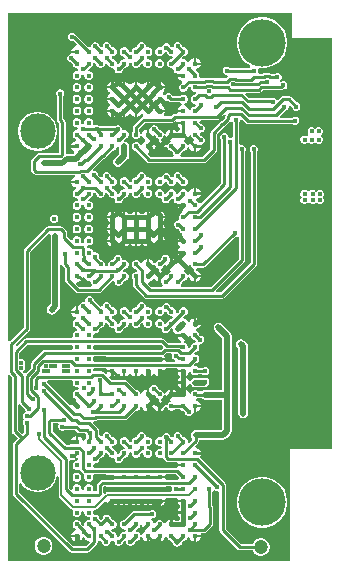
<source format=gbr>
G04*
G04 #@! TF.GenerationSoftware,Altium Limited,Altium Designer,24.9.1 (31)*
G04*
G04 Layer_Physical_Order=4*
G04 Layer_Color=16711680*
%FSLAX44Y44*%
%MOMM*%
G71*
G04*
G04 #@! TF.SameCoordinates,2D473B94-B7B4-4BDE-9676-FEF16CC65D84*
G04*
G04*
G04 #@! TF.FilePolarity,Positive*
G04*
G01*
G75*
%ADD12C,0.1500*%
%ADD31C,0.2200*%
%ADD33C,0.4000*%
%ADD34C,0.5000*%
%ADD35C,1.2000*%
%ADD36C,4.0000*%
%ADD37C,0.4000*%
%ADD38C,0.4500*%
%ADD39C,3.0000*%
G36*
X240000Y443000D02*
X274000D01*
Y95000D01*
X239000D01*
Y0D01*
X0D01*
Y157392D01*
X1500Y158013D01*
X3349Y156164D01*
Y110000D01*
X3349Y110000D01*
X3551Y108986D01*
X4126Y108125D01*
X8251Y104000D01*
X5125Y100875D01*
X4551Y100014D01*
X4349Y99000D01*
X4349Y99000D01*
Y57000D01*
X4349Y57000D01*
X4551Y55985D01*
X5125Y55125D01*
X52126Y8126D01*
X52126Y8126D01*
X52986Y7551D01*
X54000Y7349D01*
X67000D01*
X67000Y7349D01*
X68014Y7551D01*
X68875Y8126D01*
X75024Y14275D01*
X75599Y15136D01*
X75801Y16150D01*
X75801Y16150D01*
Y16653D01*
X77301Y17655D01*
X77554Y17550D01*
X78301D01*
X79500Y16351D01*
Y15904D01*
X80033Y14617D01*
X81017Y13633D01*
X82304Y13100D01*
X83696D01*
X84983Y13633D01*
X85967Y14617D01*
X86500Y15904D01*
Y16363D01*
X87490Y17478D01*
X87886Y17550D01*
X88714D01*
X89110Y17478D01*
X90100Y16363D01*
Y15904D01*
X90633Y14617D01*
X91617Y13633D01*
X92904Y13100D01*
X94296D01*
X95583Y13633D01*
X96567Y14617D01*
X97100Y15904D01*
X98322Y17023D01*
X99559Y16972D01*
X100100Y16363D01*
Y15904D01*
X100633Y14617D01*
X101617Y13633D01*
X102904Y13100D01*
X104296D01*
X105583Y13633D01*
X106567Y14617D01*
X107100Y15904D01*
Y16351D01*
X108299Y17550D01*
X109046D01*
X110424Y18121D01*
X111479Y19176D01*
X112050Y20554D01*
X113510Y20458D01*
Y20347D01*
X114239Y18587D01*
X115587Y17239D01*
X117300Y16530D01*
Y21300D01*
X119300D01*
Y16530D01*
X121013Y17239D01*
X122361Y18587D01*
X122488Y18894D01*
X124112D01*
X124239Y18587D01*
X125587Y17239D01*
X127300Y16530D01*
Y21300D01*
X129300D01*
Y16530D01*
X131013Y17239D01*
X132361Y18587D01*
X133090Y20347D01*
Y20457D01*
X134550Y20554D01*
X135121Y19176D01*
X136176Y18121D01*
X137554Y17550D01*
X137761D01*
X138922Y16600D01*
X139232Y15039D01*
X140116Y13716D01*
X141439Y12832D01*
X143000Y12522D01*
X143300D01*
X144861Y12832D01*
X146184Y13716D01*
X147068Y15039D01*
X147378Y16600D01*
X148539Y17550D01*
X149046D01*
X150424Y18121D01*
X151479Y19176D01*
X152050Y20554D01*
X153510Y20458D01*
Y20347D01*
X154239Y18587D01*
X155587Y17239D01*
X157300Y16530D01*
Y21300D01*
X158300D01*
Y22300D01*
X163070D01*
X162904Y22702D01*
X163737Y23949D01*
X165850D01*
X165850Y23949D01*
X166864Y24151D01*
X167724Y24725D01*
X172624Y29625D01*
X172624Y29625D01*
X173199Y30485D01*
X173401Y31500D01*
X173401Y31500D01*
Y45631D01*
X173401Y45631D01*
X173199Y46646D01*
X172651Y47466D01*
Y58701D01*
X172967Y59017D01*
X173244Y59685D01*
X174802Y60140D01*
X174926Y60125D01*
X175017Y60033D01*
X176304Y59500D01*
X177696D01*
X177702Y59502D01*
X178949Y58669D01*
Y26400D01*
X178949Y26400D01*
X179151Y25385D01*
X179725Y24525D01*
X194125Y10126D01*
X194125Y10125D01*
X194986Y9551D01*
X196000Y9349D01*
X196000Y9349D01*
X206946D01*
X207011Y9105D01*
X207999Y7395D01*
X209395Y5998D01*
X211105Y5011D01*
X213013Y4500D01*
X214987D01*
X216895Y5011D01*
X218605Y5998D01*
X220002Y7395D01*
X220989Y9105D01*
X221500Y11013D01*
Y12987D01*
X220989Y14895D01*
X220002Y16605D01*
X218605Y18002D01*
X216895Y18989D01*
X214987Y19500D01*
X213013D01*
X211105Y18989D01*
X209395Y18002D01*
X207999Y16605D01*
X207011Y14895D01*
X206946Y14651D01*
X197098D01*
X184251Y27498D01*
Y64905D01*
X184049Y65920D01*
X183475Y66780D01*
X183474Y66780D01*
X163145Y87109D01*
X163005Y87203D01*
X161991Y88217D01*
X162361Y88587D01*
X163070Y90300D01*
X158300D01*
Y92300D01*
X163071D01*
X162361Y94013D01*
X161013Y95361D01*
X159253Y96090D01*
X158960D01*
X158339Y97590D01*
X160574Y99825D01*
X160574Y99825D01*
X161149Y100686D01*
X161351Y101700D01*
Y102922D01*
X182142D01*
X182142Y102922D01*
X183703Y103232D01*
X185026Y104116D01*
X187955Y107045D01*
X187955Y107045D01*
X188839Y108368D01*
X189149Y109929D01*
Y141000D01*
Y190929D01*
X189149Y190929D01*
X188839Y192490D01*
X187955Y193813D01*
X180884Y200884D01*
X179561Y201768D01*
X178000Y202078D01*
X176439Y201768D01*
X175116Y200884D01*
X174232Y199561D01*
X173922Y198000D01*
X174232Y196439D01*
X175116Y195116D01*
X180993Y189240D01*
Y145078D01*
X167000D01*
X165439Y144768D01*
X164116Y143884D01*
X164061Y143801D01*
X161102D01*
X160424Y144479D01*
X159046Y145050D01*
X157554D01*
X156176Y144479D01*
X155121Y143424D01*
X154550Y142046D01*
X153090Y142142D01*
Y142253D01*
X152361Y144013D01*
X151013Y145361D01*
X150706Y145488D01*
Y147112D01*
X151013Y147239D01*
X152361Y148587D01*
X152949Y150008D01*
X154476Y150022D01*
X154532Y149739D01*
X155416Y148416D01*
X156739Y147532D01*
X158300Y147222D01*
X165813D01*
X167374Y147532D01*
X168697Y148416D01*
X169363Y149413D01*
X169967Y150017D01*
X170500Y151304D01*
Y152696D01*
X169967Y153983D01*
X168983Y154967D01*
X167696Y155500D01*
X166304D01*
X165946Y155352D01*
X165813Y155378D01*
X158300D01*
X156739Y155068D01*
X155416Y154184D01*
X154532Y152861D01*
X154476Y152578D01*
X152949Y152592D01*
X152361Y154013D01*
X151013Y155361D01*
X150706Y155488D01*
Y157112D01*
X151013Y157239D01*
X152361Y158587D01*
X153090Y160347D01*
Y160458D01*
X154550Y160554D01*
X155121Y159176D01*
X156176Y158121D01*
X157554Y157550D01*
X159046D01*
X160424Y158121D01*
X160952Y158649D01*
X164401D01*
X165017Y158033D01*
X166304Y157500D01*
X167696D01*
X168983Y158033D01*
X169967Y159017D01*
X170500Y160304D01*
Y161696D01*
X169967Y162983D01*
X168983Y163967D01*
X167696Y164500D01*
X166304D01*
X165017Y163967D01*
X165001Y163951D01*
X160952D01*
X160424Y164479D01*
X159046Y165050D01*
X157920D01*
X157268Y166124D01*
X157185Y166436D01*
X157377Y166628D01*
X157377Y166628D01*
X157377Y166628D01*
X158299Y167550D01*
X159046D01*
X160424Y168121D01*
X161479Y169176D01*
X162050Y170554D01*
Y172046D01*
X161479Y173424D01*
X160424Y174479D01*
X159046Y175050D01*
X157920D01*
X157268Y176124D01*
X157185Y176436D01*
X158299Y177550D01*
X159046D01*
X160424Y178121D01*
X161479Y179176D01*
X162050Y180554D01*
Y182046D01*
X161803Y182642D01*
X162763Y184100D01*
X163296D01*
X164583Y184633D01*
X165567Y185617D01*
X166100Y186904D01*
Y188296D01*
X165567Y189583D01*
X164583Y190567D01*
X163296Y191100D01*
X162549D01*
X162050Y191599D01*
Y192046D01*
X161479Y193424D01*
X160424Y194479D01*
X159046Y195050D01*
X159142Y196510D01*
X159253D01*
X161013Y197239D01*
X162361Y198587D01*
X163070Y200300D01*
X158300D01*
Y201300D01*
X157300D01*
Y206070D01*
X155587Y205361D01*
X154239Y204013D01*
X153651Y202592D01*
X152124Y202578D01*
X152068Y202861D01*
X151184Y204184D01*
X149861Y205068D01*
X148786Y205282D01*
X148178Y206594D01*
X148155Y206820D01*
X148704Y207550D01*
X149046D01*
X150424Y208121D01*
X151479Y209176D01*
X152050Y210554D01*
Y212046D01*
X151479Y213424D01*
X150424Y214479D01*
X149046Y215050D01*
X147554D01*
X146176Y214479D01*
X145121Y213424D01*
X144550Y212046D01*
Y211299D01*
X143436Y210185D01*
X143124Y210268D01*
X142050Y210920D01*
Y212046D01*
X141479Y213424D01*
X140424Y214479D01*
X139046Y215050D01*
X137999D01*
X137500Y215549D01*
Y215696D01*
X136967Y216983D01*
X135983Y217967D01*
X134696Y218500D01*
X133304D01*
X132017Y217967D01*
X131033Y216983D01*
X130633Y216016D01*
X129879Y215420D01*
X129046Y215050D01*
X127554D01*
X126176Y214479D01*
X125121Y213424D01*
X124550Y212046D01*
Y210554D01*
X125121Y209176D01*
X126176Y208121D01*
X127554Y207550D01*
X129046D01*
X130424Y208121D01*
X131479Y209176D01*
X132050Y210554D01*
Y210669D01*
X133243Y211466D01*
X134550Y210883D01*
Y210554D01*
X135121Y209176D01*
X136176Y208121D01*
X137554Y207550D01*
X138680D01*
X139332Y206476D01*
X139415Y206164D01*
X138301Y205050D01*
X137554D01*
X136176Y204479D01*
X135121Y203424D01*
X134550Y202046D01*
X133214Y200903D01*
X132283Y201023D01*
X132050Y201370D01*
Y202046D01*
X131479Y203424D01*
X130424Y204479D01*
X129046Y205050D01*
X127554D01*
X126176Y204479D01*
X125121Y203424D01*
X124550Y202046D01*
Y200554D01*
X125121Y199176D01*
X126176Y198121D01*
X127554Y197550D01*
X128714D01*
X129110Y197477D01*
X130100Y196363D01*
Y195904D01*
X130633Y194617D01*
X131617Y193633D01*
X132904Y193100D01*
X134296D01*
X135583Y193633D01*
X136567Y194617D01*
X137100Y195904D01*
Y196351D01*
X138152Y197403D01*
X138588Y197325D01*
X139390Y196702D01*
X139608Y196164D01*
X139832Y195039D01*
X140716Y193716D01*
X142039Y192832D01*
X142124Y192815D01*
X143394Y192300D01*
X148300D01*
Y190300D01*
X143530D01*
X144239Y188587D01*
X145587Y187239D01*
X146484Y186868D01*
X146576Y186713D01*
X146671Y185167D01*
X146125Y184814D01*
X145438Y184951D01*
X145438Y184951D01*
X135257D01*
X132184Y188025D01*
X131323Y188599D01*
X130309Y188801D01*
X130309Y188801D01*
X72947D01*
X71945Y190301D01*
X72050Y190554D01*
Y191830D01*
X72410Y192366D01*
X73237Y193100D01*
X74296D01*
X75583Y193633D01*
X76567Y194617D01*
X77100Y195904D01*
Y196351D01*
X78299Y197550D01*
X79046D01*
X80424Y198121D01*
X81479Y199176D01*
X82050Y200554D01*
Y201230D01*
X82283Y201577D01*
X83214Y201696D01*
X84550Y200554D01*
X85121Y199176D01*
X86176Y198121D01*
X87554Y197550D01*
X88714D01*
X89110Y197477D01*
X90100Y196363D01*
Y195904D01*
X90633Y194617D01*
X91617Y193633D01*
X92904Y193100D01*
X94296D01*
X95583Y193633D01*
X96567Y194617D01*
X97100Y195904D01*
Y196351D01*
X98299Y197550D01*
X99046D01*
X100424Y198121D01*
X101479Y199176D01*
X102050Y200554D01*
Y201401D01*
X102777Y202074D01*
X103474Y202418D01*
X104324Y202166D01*
X104550Y201830D01*
Y200554D01*
X105121Y199176D01*
X106176Y198121D01*
X107554Y197550D01*
X109046D01*
X110424Y198121D01*
X111479Y199176D01*
X112050Y200554D01*
X113386Y201696D01*
X114317Y201577D01*
X114550Y201230D01*
Y200554D01*
X115121Y199176D01*
X116176Y198121D01*
X117554Y197550D01*
X119046D01*
X120424Y198121D01*
X121479Y199176D01*
X122050Y200554D01*
Y202046D01*
X121479Y203424D01*
X120424Y204479D01*
X119046Y205050D01*
X118199D01*
X117526Y205777D01*
X117182Y206474D01*
X117434Y207324D01*
X117770Y207550D01*
X119046D01*
X120424Y208121D01*
X121479Y209176D01*
X122050Y210554D01*
Y212046D01*
X121479Y213424D01*
X120424Y214479D01*
X119046Y215050D01*
X117886D01*
X117490Y215123D01*
X116500Y216237D01*
Y216696D01*
X115967Y217983D01*
X114983Y218967D01*
X113696Y219500D01*
X112304D01*
X111017Y218967D01*
X110033Y217983D01*
X109500Y216696D01*
Y216249D01*
X108301Y215050D01*
X107554D01*
X106176Y214479D01*
X105121Y213424D01*
X104550Y212046D01*
Y211370D01*
X104317Y211023D01*
X103386Y210903D01*
X102050Y212046D01*
X101479Y213424D01*
X100424Y214479D01*
X99046Y215050D01*
X97554D01*
X96176Y214479D01*
X95121Y213424D01*
X94550Y212046D01*
Y210554D01*
X95121Y209176D01*
X96176Y208121D01*
X97554Y207550D01*
X98697Y206214D01*
X98577Y205283D01*
X98230Y205050D01*
X97554D01*
X96176Y204479D01*
X95121Y203424D01*
X94550Y202046D01*
X93214Y200903D01*
X92283Y201023D01*
X92050Y201370D01*
Y202046D01*
X91479Y203424D01*
X90424Y204479D01*
X89046Y205050D01*
X87903Y206386D01*
X88023Y207317D01*
X88370Y207550D01*
X89046D01*
X90424Y208121D01*
X91479Y209176D01*
X92050Y210554D01*
Y212046D01*
X91479Y213424D01*
X90424Y214479D01*
X89046Y215050D01*
X88299D01*
X87100Y216249D01*
Y216696D01*
X86567Y217983D01*
X85583Y218967D01*
X84296Y219500D01*
X82904D01*
X81617Y218967D01*
X80633Y217983D01*
X80100Y216696D01*
Y216237D01*
X79696Y215782D01*
X77845Y215704D01*
X72500Y221049D01*
Y221696D01*
X71967Y222983D01*
X70983Y223967D01*
X69696Y224500D01*
X68304D01*
X67017Y223967D01*
X66033Y222983D01*
X65500Y221696D01*
Y220625D01*
X64491Y219630D01*
X64296Y219500D01*
X62904D01*
X61617Y218967D01*
X60633Y217983D01*
X60336Y217265D01*
X59300Y216141D01*
Y211300D01*
X58300D01*
Y210300D01*
X53530D01*
X54239Y208587D01*
X55587Y207239D01*
X57347Y206510D01*
X57458D01*
X57554Y205050D01*
X56176Y204479D01*
X55121Y203424D01*
X54550Y202046D01*
Y200554D01*
X55121Y199176D01*
X56176Y198121D01*
X57554Y197550D01*
X58697Y196214D01*
X58577Y195283D01*
X58230Y195050D01*
X57554D01*
X56176Y194479D01*
X55121Y193424D01*
X54550Y192046D01*
Y190554D01*
X54655Y190301D01*
X53653Y188801D01*
X15139D01*
X14124Y188599D01*
X13264Y188025D01*
X7812Y182573D01*
X6185Y183066D01*
X6124Y183375D01*
X17874Y195126D01*
X18449Y195986D01*
X18651Y197000D01*
X18651Y197000D01*
Y261902D01*
X34332Y277583D01*
X35043Y277482D01*
X35253Y277320D01*
X36095Y275870D01*
X35922Y275000D01*
Y217689D01*
X34116Y215884D01*
X33232Y214561D01*
X32922Y213000D01*
X33232Y211439D01*
X34116Y210116D01*
X35439Y209232D01*
X37000Y208922D01*
X38561Y209232D01*
X39884Y210116D01*
X42884Y213116D01*
X42884Y213116D01*
X43768Y214439D01*
X44078Y216000D01*
X44078Y216000D01*
Y250700D01*
X45551Y250986D01*
X46125Y250126D01*
X48349Y247902D01*
Y238000D01*
X48349Y238000D01*
X48551Y236985D01*
X49125Y236126D01*
X57126Y228125D01*
X57986Y227551D01*
X59000Y227349D01*
X77000D01*
X77000Y227349D01*
X78014Y227551D01*
X78875Y228125D01*
X87794Y237045D01*
X89559Y236972D01*
X90100Y236363D01*
Y235904D01*
X90633Y234617D01*
X91617Y233633D01*
X92904Y233100D01*
X94296D01*
X95583Y233633D01*
X96567Y234617D01*
X97100Y235904D01*
Y236351D01*
X98299Y237550D01*
X99046D01*
X100424Y238121D01*
X101479Y239176D01*
X102050Y240554D01*
Y242046D01*
X101479Y243424D01*
X100424Y244479D01*
X99046Y245050D01*
X98141D01*
X97857Y245155D01*
X97268Y246124D01*
X97185Y246436D01*
X98299Y247550D01*
X99046D01*
X100424Y248121D01*
X101479Y249176D01*
X102050Y250554D01*
Y252046D01*
X101479Y253424D01*
X100424Y254479D01*
X99046Y255050D01*
X97886D01*
X97490Y255123D01*
X96500Y256237D01*
Y256696D01*
X95967Y257983D01*
X94983Y258967D01*
X93696Y259500D01*
X92304D01*
X91017Y258967D01*
X90033Y257983D01*
X89500Y256696D01*
Y256249D01*
X88301Y255050D01*
X87554D01*
X86176Y254479D01*
X85121Y253424D01*
X84550Y252046D01*
Y250554D01*
X83379Y249617D01*
X83221D01*
X83048Y249755D01*
X82050Y250971D01*
Y252046D01*
X81479Y253424D01*
X80424Y254479D01*
X79046Y255050D01*
X78299D01*
X76791Y256558D01*
X77100Y257304D01*
Y258696D01*
X76567Y259983D01*
X75583Y260967D01*
X74296Y261500D01*
X72904D01*
X72881Y261491D01*
X72050Y262046D01*
X71479Y263424D01*
X70424Y264479D01*
X69046Y265050D01*
X67554D01*
X67487Y265055D01*
X66328Y265784D01*
X66118Y266521D01*
X67363Y267629D01*
X67554Y267550D01*
X69046D01*
X70424Y268121D01*
X71479Y269176D01*
X72050Y270554D01*
Y272046D01*
X71479Y273424D01*
X70424Y274479D01*
X69046Y275050D01*
X67554D01*
X66176Y274479D01*
X65121Y273424D01*
X64550Y272046D01*
Y270554D01*
X64637Y270343D01*
X63537Y269081D01*
X62789Y269276D01*
X62064Y270410D01*
X62050Y270554D01*
Y272046D01*
X61479Y273424D01*
X60424Y274479D01*
X59046Y275050D01*
X57554D01*
X56176Y274479D01*
X55121Y273424D01*
X54630Y272240D01*
X53816Y271876D01*
X53050Y271699D01*
X49651Y275098D01*
Y279000D01*
X49651Y279000D01*
X49449Y280014D01*
X48875Y280875D01*
X48874Y280875D01*
X46874Y282875D01*
X46014Y283449D01*
X45000Y283651D01*
X45000Y283651D01*
X34000D01*
X34000Y283651D01*
X32985Y283449D01*
X32125Y282875D01*
X14125Y264874D01*
X13551Y264014D01*
X13349Y263000D01*
X13349Y263000D01*
Y198098D01*
X1500Y186249D01*
X0Y186870D01*
Y464000D01*
X240000D01*
Y443000D01*
D02*
G37*
G36*
X65121Y239176D02*
X66176Y238121D01*
X67554Y237550D01*
X68714D01*
X69110Y237477D01*
X70100Y236363D01*
Y235904D01*
X70633Y234617D01*
X71099Y234151D01*
X70478Y232651D01*
X60098D01*
X57739Y235010D01*
X58360Y236510D01*
X59253D01*
X61013Y237239D01*
X62361Y238587D01*
X63090Y240347D01*
Y240458D01*
X64550Y240554D01*
X65121Y239176D01*
D02*
G37*
G36*
X155121Y189176D02*
X156176Y188121D01*
X157554Y187550D01*
X158427D01*
X159164Y186283D01*
X158244Y185050D01*
X157554D01*
X156176Y184479D01*
X155121Y183424D01*
X154550Y182046D01*
Y181299D01*
X153436Y180185D01*
X153124Y180268D01*
X152050Y180920D01*
Y182046D01*
X151479Y183424D01*
X150424Y184479D01*
X149046Y185050D01*
X149143Y186510D01*
X149253D01*
X151013Y187239D01*
X152361Y188587D01*
X153090Y190347D01*
Y190458D01*
X154550Y190554D01*
X155121Y189176D01*
D02*
G37*
G36*
X83478Y182300D02*
X88300D01*
Y180300D01*
X83530D01*
X83634Y180048D01*
X82801Y178801D01*
X72947D01*
X71945Y180301D01*
X72050Y180554D01*
Y182046D01*
X73072Y183499D01*
X82677D01*
X83478Y182300D01*
D02*
G37*
G36*
X54550Y182046D02*
Y180554D01*
X54655Y180301D01*
X53653Y178801D01*
X30917D01*
X30917Y178801D01*
X29903Y178599D01*
X29043Y178025D01*
X19826Y168807D01*
X19251Y167947D01*
X19049Y166933D01*
X19049Y166933D01*
Y163798D01*
X14791Y159540D01*
X12734Y159560D01*
X12693Y159603D01*
X12977Y161031D01*
X12983Y161033D01*
X13967Y162017D01*
X14500Y163304D01*
Y164696D01*
X13967Y165983D01*
X13950Y166000D01*
X13967Y166017D01*
X14500Y167304D01*
Y168696D01*
X13967Y169983D01*
X12983Y170967D01*
X11696Y171500D01*
X10304D01*
X10298Y171498D01*
X9051Y172331D01*
Y176313D01*
X16237Y183499D01*
X53528D01*
X54550Y182046D01*
D02*
G37*
G36*
X138502Y174702D02*
X138500Y174696D01*
Y173304D01*
X139033Y172017D01*
X140017Y171033D01*
X141304Y170500D01*
X141181Y169051D01*
X133903D01*
X133070Y170298D01*
X133070Y170300D01*
X128300D01*
Y172300D01*
X133070D01*
X132361Y174013D01*
X131991Y174383D01*
X133557Y175949D01*
X137669D01*
X138502Y174702D01*
D02*
G37*
G36*
X83478Y172300D02*
X88300D01*
Y170300D01*
X83530D01*
X83530Y170298D01*
X82697Y169051D01*
X73051D01*
X72049Y170551D01*
X72050Y170554D01*
Y172046D01*
X73072Y173499D01*
X82677D01*
X83478Y172300D01*
D02*
G37*
G36*
X143613Y162502D02*
X143530Y162300D01*
X148300D01*
Y160300D01*
X143530D01*
X144239Y158587D01*
X145587Y157239D01*
X145894Y157112D01*
Y155488D01*
X145587Y155361D01*
X144239Y154013D01*
X143530Y152300D01*
X148300D01*
Y150300D01*
X143530D01*
X144239Y148587D01*
X145587Y147239D01*
X145894Y147112D01*
Y145488D01*
X145587Y145361D01*
X144239Y144013D01*
X144112Y143706D01*
X142488D01*
X142361Y144013D01*
X141013Y145361D01*
X139300Y146070D01*
Y141300D01*
X137300D01*
Y146070D01*
X135587Y145361D01*
X134239Y144013D01*
X133510Y142253D01*
Y142142D01*
X132050Y142046D01*
X131479Y143424D01*
X130424Y144479D01*
X129046Y145050D01*
X128299D01*
X127100Y146249D01*
Y146696D01*
X126567Y147983D01*
X125583Y148967D01*
X124296Y149500D01*
X122904D01*
X121617Y148967D01*
X120633Y147983D01*
X120336Y147265D01*
X119300Y146141D01*
Y141300D01*
X117300D01*
Y146070D01*
X115587Y145361D01*
X114239Y144013D01*
X113510Y142253D01*
Y142142D01*
X112050Y142046D01*
X111479Y143424D01*
X110424Y144479D01*
X109046Y145050D01*
X108299D01*
X100475Y152874D01*
X99614Y153449D01*
X98600Y153651D01*
X98600Y153651D01*
X87603D01*
X85675Y155579D01*
X86525Y156851D01*
X87300Y156530D01*
Y160300D01*
X83530D01*
X83850Y159525D01*
X82579Y158675D01*
X81280Y159974D01*
X80420Y160549D01*
X79405Y160751D01*
X79405Y160751D01*
X72050D01*
Y162046D01*
X71966Y162249D01*
X72968Y163749D01*
X82780D01*
X83613Y162502D01*
X83530Y162300D01*
X88300D01*
Y161300D01*
X89300D01*
Y156530D01*
X91013Y157239D01*
X92361Y158587D01*
X92488Y158894D01*
X94112D01*
X94239Y158587D01*
X95587Y157239D01*
X97300Y156530D01*
Y161300D01*
X99300D01*
Y156530D01*
X101013Y157239D01*
X102361Y158587D01*
X102488Y158894D01*
X104112D01*
X104239Y158587D01*
X105587Y157239D01*
X107300Y156530D01*
Y161300D01*
X109300D01*
Y156530D01*
X111013Y157239D01*
X112361Y158587D01*
X112488Y158894D01*
X114112D01*
X114239Y158587D01*
X115587Y157239D01*
X117300Y156530D01*
Y161300D01*
X119300D01*
Y156530D01*
X121013Y157239D01*
X122361Y158587D01*
X122488Y158894D01*
X124112D01*
X124239Y158587D01*
X125587Y157239D01*
X127300Y156530D01*
Y161300D01*
X128300D01*
Y162300D01*
X133070D01*
X132987Y162502D01*
X133820Y163749D01*
X142780D01*
X143613Y162502D01*
D02*
G37*
G36*
X125121Y139176D02*
X126176Y138121D01*
X127554Y137550D01*
X127458Y136090D01*
X127347D01*
X125587Y135361D01*
X124239Y134013D01*
X124112Y133706D01*
X122488D01*
X122361Y134013D01*
X121013Y135361D01*
X120706Y135488D01*
Y137112D01*
X121013Y137239D01*
X122361Y138587D01*
X123090Y140347D01*
Y140458D01*
X124550Y140554D01*
X125121Y139176D01*
D02*
G37*
G36*
X54573Y152102D02*
X54550Y152046D01*
Y150554D01*
X55121Y149176D01*
X56176Y148121D01*
X57554Y147550D01*
X59046D01*
X59653Y147124D01*
X59729Y146391D01*
X59597Y146132D01*
X58382Y145050D01*
X57554D01*
X56176Y144479D01*
X55121Y143424D01*
X54550Y142046D01*
Y140554D01*
X55121Y139176D01*
X56176Y138121D01*
X57554Y137550D01*
X57457Y136090D01*
X57347D01*
X55587Y135361D01*
X54239Y134013D01*
X53689Y132686D01*
X52124Y132130D01*
X33780Y150475D01*
X33725Y150511D01*
X33472Y150764D01*
X33022Y151849D01*
X33261Y152515D01*
X33722Y153349D01*
X53740D01*
X54573Y152102D01*
D02*
G37*
G36*
X133510Y140457D02*
Y140347D01*
X134239Y138587D01*
X135587Y137239D01*
X137347Y136510D01*
X137458D01*
X137554Y135050D01*
X136176Y134479D01*
X135121Y133424D01*
X134550Y132046D01*
X133090Y132142D01*
Y132253D01*
X132361Y134013D01*
X131013Y135361D01*
X129253Y136090D01*
X129143D01*
X129046Y137550D01*
X130424Y138121D01*
X131479Y139176D01*
X132050Y140554D01*
X133510Y140457D01*
D02*
G37*
G36*
X164116Y138116D02*
X165439Y137232D01*
X167000Y136922D01*
X180993D01*
Y111618D01*
X180453Y111078D01*
X159000D01*
X157439Y110768D01*
X156116Y109884D01*
X155232Y108561D01*
X154922Y107000D01*
X155232Y105439D01*
X156049Y104217D01*
Y102798D01*
X153436Y100185D01*
X153124Y100268D01*
X152050Y100920D01*
Y102046D01*
X151479Y103424D01*
X150424Y104479D01*
X149046Y105050D01*
X148299D01*
X147100Y106249D01*
Y106696D01*
X146567Y107983D01*
X145583Y108967D01*
X144296Y109500D01*
X142904D01*
X141617Y108967D01*
X140633Y107983D01*
X140100Y106696D01*
Y106237D01*
X139355Y105398D01*
X138209Y105352D01*
X137500Y105696D01*
X136967Y106983D01*
X135983Y107967D01*
X134696Y108500D01*
X133304D01*
X132017Y107967D01*
X131033Y106983D01*
X130633Y106016D01*
X129879Y105420D01*
X129046Y105050D01*
X127554D01*
X126176Y104479D01*
X125121Y103424D01*
X124550Y102046D01*
Y100554D01*
X125121Y99176D01*
X126176Y98121D01*
X127554Y97550D01*
X129046D01*
X129983Y96379D01*
Y96221D01*
X129845Y96048D01*
X128629Y95050D01*
X127554D01*
X126176Y94479D01*
X125121Y93424D01*
X124550Y92046D01*
Y90554D01*
X125121Y89176D01*
X126176Y88121D01*
X127554Y87550D01*
X129046D01*
X129436Y87712D01*
X130904Y87547D01*
X131355Y87006D01*
X131575Y86676D01*
X133675Y84576D01*
X133675Y84576D01*
X134536Y84001D01*
X135550Y83799D01*
X142801D01*
X143634Y82552D01*
X143530Y82300D01*
X148300D01*
Y80300D01*
X143446D01*
X143438Y80266D01*
X142403Y79101D01*
X73072D01*
X72050Y80554D01*
Y81830D01*
X72410Y82366D01*
X73237Y83100D01*
X74296D01*
X75583Y83633D01*
X76567Y84617D01*
X77100Y85904D01*
Y86351D01*
X78299Y87550D01*
X79046D01*
X80424Y88121D01*
X81479Y89176D01*
X82050Y90554D01*
Y91230D01*
X82283Y91577D01*
X83214Y91697D01*
X84550Y90554D01*
X85121Y89176D01*
X86176Y88121D01*
X87554Y87550D01*
X88714D01*
X89110Y87477D01*
X90100Y86363D01*
Y85904D01*
X90633Y84617D01*
X91617Y83633D01*
X92904Y83100D01*
X94296D01*
X95583Y83633D01*
X96567Y84617D01*
X97100Y85904D01*
Y86351D01*
X98299Y87550D01*
X99046D01*
X100424Y88121D01*
X101479Y89176D01*
X102050Y90554D01*
Y91401D01*
X102777Y92074D01*
X103474Y92418D01*
X104324Y92166D01*
X104550Y91830D01*
Y90554D01*
X105121Y89176D01*
X106176Y88121D01*
X107554Y87550D01*
X109046D01*
X110424Y88121D01*
X111479Y89176D01*
X112050Y90554D01*
X113386Y91697D01*
X114317Y91577D01*
X114550Y91230D01*
Y90554D01*
X115121Y89176D01*
X116176Y88121D01*
X117554Y87550D01*
X119046D01*
X120424Y88121D01*
X121479Y89176D01*
X122050Y90554D01*
Y92046D01*
X121479Y93424D01*
X120424Y94479D01*
X119046Y95050D01*
X118199D01*
X117526Y95777D01*
X117182Y96474D01*
X117434Y97324D01*
X117770Y97550D01*
X119046D01*
X120424Y98121D01*
X121479Y99176D01*
X122050Y100554D01*
Y102046D01*
X121479Y103424D01*
X120424Y104479D01*
X119046Y105050D01*
X117886D01*
X117490Y105122D01*
X116500Y106237D01*
Y106696D01*
X115967Y107983D01*
X114983Y108967D01*
X113696Y109500D01*
X112304D01*
X111017Y108967D01*
X110033Y107983D01*
X109500Y106696D01*
Y106249D01*
X108301Y105050D01*
X107554D01*
X106176Y104479D01*
X105121Y103424D01*
X104550Y102046D01*
Y101370D01*
X104317Y101023D01*
X103386Y100903D01*
X102050Y102046D01*
X101479Y103424D01*
X100424Y104479D01*
X99046Y105050D01*
X97554D01*
X96176Y104479D01*
X95121Y103424D01*
X94550Y102046D01*
Y100554D01*
X95121Y99176D01*
X96176Y98121D01*
X97554Y97550D01*
X98697Y96214D01*
X98577Y95283D01*
X98230Y95050D01*
X97554D01*
X96176Y94479D01*
X95121Y93424D01*
X94550Y92046D01*
X93214Y90903D01*
X92283Y91023D01*
X92050Y91370D01*
Y92046D01*
X91479Y93424D01*
X90424Y94479D01*
X89046Y95050D01*
X87903Y96386D01*
X88023Y97317D01*
X88370Y97550D01*
X89046D01*
X90424Y98121D01*
X91479Y99176D01*
X92050Y100554D01*
Y102046D01*
X91479Y103424D01*
X90424Y104479D01*
X89046Y105050D01*
X88299D01*
X87100Y106249D01*
Y106696D01*
X86567Y107983D01*
X85583Y108967D01*
X84296Y109500D01*
X82904D01*
X81617Y108967D01*
X80633Y107983D01*
X80100Y106696D01*
Y106237D01*
X79836Y105940D01*
X78472Y105871D01*
X77253Y107045D01*
Y111107D01*
X77253Y111107D01*
X77051Y112121D01*
X76477Y112981D01*
X72095Y117363D01*
X72669Y118749D01*
X73905D01*
X73905Y118749D01*
X74920Y118951D01*
X75516Y119349D01*
X99000D01*
X99000Y119349D01*
X100014Y119551D01*
X100875Y120126D01*
X108299Y127550D01*
X109046D01*
X110424Y128121D01*
X111479Y129176D01*
X112050Y130554D01*
X113510Y130458D01*
Y130347D01*
X114239Y128587D01*
X115587Y127239D01*
X117300Y126530D01*
Y131300D01*
X119300D01*
Y126530D01*
X121013Y127239D01*
X122361Y128587D01*
X122488Y128894D01*
X124112D01*
X124239Y128587D01*
X125587Y127239D01*
X127300Y126530D01*
Y131300D01*
X129300D01*
Y126530D01*
X131013Y127239D01*
X132361Y128587D01*
X133090Y130347D01*
Y130457D01*
X134550Y130554D01*
X135121Y129176D01*
X136176Y128121D01*
X137554Y127550D01*
X139046D01*
X140424Y128121D01*
X140952Y128649D01*
X145648D01*
X146176Y128121D01*
X147554Y127550D01*
X148301D01*
X149500Y126351D01*
Y125904D01*
X150033Y124617D01*
X151017Y123633D01*
X152304Y123100D01*
X153696D01*
X154983Y123633D01*
X155967Y124617D01*
X156264Y125335D01*
X157300Y126459D01*
Y131300D01*
X158300D01*
Y132300D01*
X163070D01*
X162361Y134013D01*
X161013Y135361D01*
X159253Y136090D01*
X159143D01*
X159046Y137550D01*
X160424Y138121D01*
X160802Y138499D01*
X163860D01*
X164116Y138116D01*
D02*
G37*
G36*
X14500Y128751D02*
Y128304D01*
X15033Y127017D01*
X14017Y125967D01*
X13033Y124983D01*
X12500Y123696D01*
Y122304D01*
X13033Y121017D01*
X13800Y120250D01*
X13033Y119483D01*
X12500Y118196D01*
Y116804D01*
X13033Y115517D01*
X13349Y115201D01*
Y109098D01*
X12000Y107749D01*
X8651Y111098D01*
Y132632D01*
X10042Y133097D01*
X10151Y133100D01*
X14500Y128751D01*
D02*
G37*
G36*
X42738Y116515D02*
X42977Y115849D01*
X42500Y114696D01*
Y113304D01*
X43033Y112017D01*
X44017Y111033D01*
X45304Y110500D01*
X46696D01*
X47983Y111033D01*
X48299Y111349D01*
X56391D01*
X58606Y109135D01*
X58606Y109135D01*
X59466Y108560D01*
X60480Y108358D01*
X60480Y108358D01*
X65500D01*
Y108304D01*
X66033Y107017D01*
X66349Y106701D01*
Y104551D01*
X66176Y104479D01*
X65121Y103424D01*
X64550Y102046D01*
X63090Y102142D01*
Y102253D01*
X62361Y104013D01*
X61013Y105361D01*
X59300Y106070D01*
Y101300D01*
X58300D01*
Y100300D01*
X53530D01*
X53612Y100100D01*
X52779Y98853D01*
X48896D01*
X37651Y110098D01*
Y117349D01*
X42278D01*
X42738Y116515D01*
D02*
G37*
G36*
X59520Y87217D02*
Y86354D01*
X58158Y85050D01*
X57554D01*
X56176Y84479D01*
X55121Y83424D01*
X54550Y82046D01*
Y80554D01*
X55121Y79176D01*
X56176Y78121D01*
X57554Y77550D01*
X59046D01*
X59166Y77600D01*
X60701Y77574D01*
X61276Y76714D01*
X63414Y74576D01*
X63414Y74576D01*
X63950Y74218D01*
X64276Y73997D01*
X64556Y73246D01*
X64692Y72388D01*
X64550Y72046D01*
Y70554D01*
X65121Y69176D01*
X66176Y68121D01*
X67554Y67550D01*
X69046D01*
X70424Y68121D01*
X71479Y69176D01*
X72050Y70554D01*
Y72046D01*
X71945Y72299D01*
X72947Y73799D01*
X82801D01*
X83634Y72552D01*
X83530Y72300D01*
X88300D01*
Y70300D01*
X83530D01*
X83530Y70298D01*
X82697Y69051D01*
X80000D01*
X78986Y68849D01*
X78126Y68274D01*
X78125Y68274D01*
X76125Y66274D01*
X75551Y65415D01*
X75349Y64400D01*
X75349Y64400D01*
Y59101D01*
X73072D01*
X72050Y60554D01*
Y62046D01*
X71479Y63424D01*
X70424Y64479D01*
X69046Y65050D01*
X67554D01*
X66176Y64479D01*
X65121Y63424D01*
X64550Y62046D01*
Y60554D01*
X64217Y60080D01*
X63354D01*
X62050Y61442D01*
Y62046D01*
X61479Y63424D01*
X60424Y64479D01*
X59046Y65050D01*
X57554D01*
X56176Y64479D01*
X55121Y63424D01*
X54550Y62046D01*
Y61320D01*
X53050Y60699D01*
X51651Y62098D01*
Y84561D01*
X53151Y85563D01*
X53304Y85500D01*
X54696D01*
X55983Y86033D01*
X56967Y87017D01*
X56986Y87062D01*
X57597Y87470D01*
X57677Y87550D01*
X59046D01*
X59520Y87217D01*
D02*
G37*
G36*
X144550Y71301D02*
Y70554D01*
X144551Y70551D01*
X143549Y69051D01*
X133903D01*
X133070Y70298D01*
X133070Y70300D01*
X128300D01*
Y72300D01*
X133070D01*
X132966Y72552D01*
X133799Y73799D01*
X142052D01*
X144550Y71301D01*
D02*
G37*
G36*
X42706Y71749D02*
Y56000D01*
X42881Y55122D01*
X43378Y54378D01*
X53378Y44378D01*
X54122Y43881D01*
X54634Y42249D01*
X54550Y42046D01*
Y40554D01*
X55121Y39176D01*
X56176Y38121D01*
X57554Y37550D01*
X59046D01*
X60424Y38121D01*
X61479Y39176D01*
X62050Y40554D01*
Y42046D01*
X63300Y42812D01*
X63483Y42700D01*
X64550Y41470D01*
Y40554D01*
X65121Y39176D01*
X66176Y38121D01*
X67554Y37550D01*
X68830D01*
X69166Y37324D01*
X69418Y36474D01*
X69074Y35777D01*
X68401Y35050D01*
X67554D01*
X66176Y34479D01*
X65121Y33424D01*
X64550Y32046D01*
Y30593D01*
X64439Y30487D01*
X63251Y29770D01*
X62050Y30971D01*
Y32046D01*
X61479Y33424D01*
X60424Y34479D01*
X59046Y35050D01*
X57554D01*
X56176Y34479D01*
X55121Y33424D01*
X54550Y32046D01*
Y30554D01*
X55121Y29176D01*
X56176Y28121D01*
X56984Y27786D01*
X57379Y26164D01*
X57347Y26090D01*
X55587Y25361D01*
X54239Y24013D01*
X53530Y22300D01*
X58300D01*
Y21300D01*
X59300D01*
Y16530D01*
X61013Y17239D01*
X62361Y18587D01*
X63090Y20347D01*
X63164Y20379D01*
X64786Y19983D01*
X65121Y19176D01*
X66176Y18121D01*
X67554Y17550D01*
X68680D01*
X69332Y16476D01*
X69415Y16164D01*
X65902Y12651D01*
X55098D01*
X9651Y58098D01*
Y65572D01*
X11151Y66027D01*
X12184Y64482D01*
X14482Y62184D01*
X17184Y60378D01*
X20187Y59134D01*
X23375Y58500D01*
X26625D01*
X29813Y59134D01*
X32816Y60378D01*
X35518Y62184D01*
X37816Y64482D01*
X39622Y67184D01*
X40866Y70187D01*
X41206Y71897D01*
X42706Y71749D01*
D02*
G37*
G36*
X138729Y62249D02*
X138500Y61696D01*
Y60304D01*
X138649Y59944D01*
X137647Y58444D01*
X133925D01*
X132923Y59944D01*
X133070Y60300D01*
X128300D01*
Y62300D01*
X133070D01*
X132987Y62502D01*
X133820Y63749D01*
X137839D01*
X138729Y62249D01*
D02*
G37*
G36*
X83613Y62502D02*
X83530Y62300D01*
X88300D01*
Y60300D01*
X83530D01*
X83702Y59884D01*
X83272Y58269D01*
X82528Y57772D01*
X82102Y57347D01*
X81317Y57559D01*
X80651Y58017D01*
Y63302D01*
X81098Y63749D01*
X82780D01*
X83613Y62502D01*
D02*
G37*
G36*
X143658Y52609D02*
X143530Y52300D01*
X148300D01*
Y50300D01*
X143530D01*
X144239Y48587D01*
X145587Y47239D01*
X145894Y47112D01*
Y45488D01*
X145587Y45361D01*
X144239Y44013D01*
X143530Y42300D01*
X148300D01*
Y40300D01*
X143530D01*
X144239Y38587D01*
X145587Y37239D01*
X145894Y37112D01*
Y35488D01*
X145587Y35361D01*
X144239Y34013D01*
X144112Y33706D01*
X142488D01*
X142361Y34013D01*
X141013Y35361D01*
X139300Y36070D01*
Y31300D01*
X137300D01*
Y36070D01*
X135587Y35361D01*
X134239Y34013D01*
X133510Y32253D01*
Y32143D01*
X132050Y32046D01*
X131479Y33424D01*
X130424Y34479D01*
X129046Y35050D01*
X127554D01*
X126176Y34479D01*
X125121Y33424D01*
X124550Y32046D01*
X123090Y32142D01*
Y32253D01*
X122361Y34013D01*
X121374Y35000D01*
X121884Y36500D01*
X122696D01*
X123983Y37033D01*
X124967Y38017D01*
X125500Y39304D01*
Y40696D01*
X124967Y41983D01*
X123983Y42967D01*
X122696Y43500D01*
X121304D01*
X120017Y42967D01*
X119701Y42651D01*
X107000D01*
X105985Y42449D01*
X105126Y41874D01*
X105126Y41874D01*
X98301Y35050D01*
X97554D01*
X96176Y34479D01*
X95121Y33424D01*
X94550Y32046D01*
Y30554D01*
X95121Y29176D01*
X96176Y28121D01*
X97554Y27550D01*
X98401D01*
X99074Y26823D01*
X99418Y26126D01*
X99166Y25276D01*
X98830Y25050D01*
X97554D01*
X96176Y24479D01*
X95121Y23424D01*
X94550Y22046D01*
X93214Y20903D01*
X92283Y21023D01*
X92050Y21370D01*
Y22046D01*
X91479Y23424D01*
X90424Y24479D01*
X89046Y25050D01*
X88173D01*
X87436Y26317D01*
X88356Y27550D01*
X89046D01*
X90424Y28121D01*
X91479Y29176D01*
X92050Y30554D01*
Y32046D01*
X91479Y33424D01*
X90424Y34479D01*
X89046Y35050D01*
X88299D01*
X87100Y36249D01*
Y36696D01*
X86567Y37983D01*
X85583Y38967D01*
X84296Y39500D01*
X82904D01*
X81617Y38967D01*
X80633Y37983D01*
X80100Y36696D01*
Y36549D01*
X78601Y35050D01*
X78299D01*
X77100Y36249D01*
Y36696D01*
X76567Y37983D01*
X75583Y38967D01*
X74296Y39500D01*
X73237D01*
X72410Y40234D01*
X72050Y40770D01*
Y42046D01*
X71984Y42206D01*
X72986Y43706D01*
X74000D01*
X74878Y43881D01*
X75622Y44378D01*
X82010Y50766D01*
X82898Y50518D01*
X83569Y50204D01*
X84239Y48587D01*
X85587Y47239D01*
X87300Y46530D01*
Y51300D01*
X89300D01*
Y46530D01*
X91013Y47239D01*
X92361Y48587D01*
X92488Y48894D01*
X94112D01*
X94239Y48587D01*
X95587Y47239D01*
X97300Y46529D01*
Y51300D01*
X99300D01*
Y46530D01*
X101013Y47239D01*
X102361Y48587D01*
X102488Y48894D01*
X104112D01*
X104239Y48587D01*
X105587Y47239D01*
X107300Y46530D01*
Y51300D01*
X109300D01*
Y46530D01*
X111013Y47239D01*
X112361Y48587D01*
X112488Y48894D01*
X114112D01*
X114239Y48587D01*
X115587Y47239D01*
X117300Y46530D01*
Y51300D01*
X119300D01*
Y46529D01*
X121013Y47239D01*
X122361Y48587D01*
X122488Y48894D01*
X124112D01*
X124239Y48587D01*
X125587Y47239D01*
X127300Y46530D01*
Y51300D01*
X128300D01*
Y52300D01*
X133070D01*
X132943Y52609D01*
X133776Y53856D01*
X142824D01*
X143658Y52609D01*
D02*
G37*
G36*
X113510Y30458D02*
Y30347D01*
X114239Y28587D01*
X115587Y27239D01*
X115894Y27112D01*
Y25488D01*
X115587Y25361D01*
X114239Y24013D01*
X113510Y22253D01*
Y22142D01*
X112050Y22046D01*
X111479Y23424D01*
X110424Y24479D01*
X109046Y25050D01*
X108370D01*
X108023Y25283D01*
X107903Y26214D01*
X109046Y27550D01*
X110424Y28121D01*
X111479Y29176D01*
X112050Y30554D01*
X113510Y30458D01*
D02*
G37*
%LPC*%
G36*
X159300Y426070D02*
Y422300D01*
X163070D01*
X162361Y424013D01*
X161013Y425361D01*
X159300Y426070D01*
D02*
G37*
G36*
X217118Y460500D02*
X212882D01*
X208729Y459674D01*
X204816Y458053D01*
X201295Y455700D01*
X198300Y452705D01*
X195947Y449184D01*
X194326Y445271D01*
X193500Y441118D01*
Y436882D01*
X194326Y432729D01*
X195947Y428816D01*
X198300Y425295D01*
X201295Y422300D01*
X204588Y420099D01*
X204865Y419620D01*
X205075Y418216D01*
X204783Y417813D01*
X187786D01*
X187308Y418292D01*
X186021Y418825D01*
X184629D01*
X183342Y418292D01*
X182358Y417308D01*
X181825Y416021D01*
Y414629D01*
X182358Y413343D01*
X183342Y412358D01*
X184629Y411825D01*
X185541D01*
X186019Y410874D01*
X186106Y410360D01*
X184547Y408801D01*
X174192D01*
X173438Y408951D01*
X173438Y408951D01*
X166562D01*
X166562Y408951D01*
X165808Y408801D01*
X162947D01*
X161945Y410301D01*
X162050Y410554D01*
Y412046D01*
X161479Y413424D01*
X160424Y414479D01*
X159046Y415050D01*
X159139Y416464D01*
X159160Y416510D01*
X159253D01*
X161013Y417239D01*
X162361Y418587D01*
X163071Y420300D01*
X158300D01*
Y421300D01*
X157300D01*
Y426070D01*
X155587Y425361D01*
X154239Y424013D01*
X153510Y422253D01*
Y422142D01*
X152050Y422046D01*
X151479Y423424D01*
X150424Y424479D01*
X149046Y425050D01*
X147920D01*
X147268Y426124D01*
X147185Y426436D01*
X148299Y427550D01*
X149046D01*
X150424Y428121D01*
X151479Y429176D01*
X152050Y430554D01*
Y432046D01*
X151479Y433424D01*
X150424Y434479D01*
X149046Y435050D01*
X148299D01*
X147100Y436249D01*
Y436696D01*
X146567Y437983D01*
X145583Y438967D01*
X144296Y439500D01*
X142904D01*
X141617Y438967D01*
X140633Y437983D01*
X140100Y436696D01*
Y436237D01*
X139355Y435398D01*
X138209Y435352D01*
X137500Y435696D01*
X136967Y436983D01*
X135983Y437967D01*
X134696Y438500D01*
X133304D01*
X132017Y437967D01*
X131033Y436983D01*
X130633Y436016D01*
X129879Y435420D01*
X129046Y435050D01*
X127554D01*
X126176Y434479D01*
X125121Y433424D01*
X124550Y432046D01*
Y430554D01*
X125121Y429176D01*
X126176Y428121D01*
X127554Y427550D01*
X129046D01*
X130424Y428121D01*
X131479Y429176D01*
X132050Y430554D01*
Y430669D01*
X133243Y431466D01*
X134550Y430883D01*
Y430554D01*
X135121Y429176D01*
X136176Y428121D01*
X137554Y427550D01*
X138680D01*
X139332Y426476D01*
X139415Y426164D01*
X138301Y425050D01*
X137554D01*
X136176Y424479D01*
X135121Y423424D01*
X134550Y422046D01*
Y420554D01*
X135121Y419176D01*
X136176Y418121D01*
X137554Y417550D01*
X138714D01*
X139110Y417477D01*
X140100Y416363D01*
Y415904D01*
X140633Y414617D01*
X141617Y413633D01*
X142335Y413336D01*
X143459Y412300D01*
X148300D01*
Y410300D01*
X143530D01*
X144239Y408587D01*
X145587Y407239D01*
X147347Y406510D01*
X147458D01*
X147554Y405050D01*
X146176Y404479D01*
X145121Y403424D01*
X144550Y402046D01*
Y400554D01*
X145121Y399176D01*
X146176Y398121D01*
X147554Y397550D01*
X149046D01*
X150424Y398121D01*
X151479Y399176D01*
X152050Y400554D01*
Y401301D01*
X153164Y402415D01*
X153476Y402332D01*
X154550Y401680D01*
Y400554D01*
X155121Y399176D01*
X156176Y398121D01*
X157554Y397550D01*
X158680D01*
X159332Y396476D01*
X159415Y396164D01*
X158301Y395050D01*
X157554D01*
X156176Y394479D01*
X155121Y393424D01*
X154550Y392046D01*
Y390554D01*
X155121Y389176D01*
X156176Y388121D01*
X157554Y387550D01*
X158230D01*
X158577Y387317D01*
X158697Y386386D01*
X157554Y385050D01*
X156176Y384479D01*
X155121Y383424D01*
X154550Y382046D01*
X153090Y382142D01*
Y382253D01*
X152361Y384013D01*
X151013Y385361D01*
X149253Y386090D01*
X149142D01*
X149046Y387550D01*
X150424Y388121D01*
X151479Y389176D01*
X152050Y390554D01*
Y392046D01*
X151479Y393424D01*
X150424Y394479D01*
X149046Y395050D01*
X147554D01*
X146176Y394479D01*
X145648Y393951D01*
X139395D01*
X138967Y394983D01*
X137983Y395967D01*
X136696Y396500D01*
X135304D01*
X134017Y395967D01*
X133033Y394983D01*
X131993Y394975D01*
X131190Y395726D01*
X131146Y396100D01*
X131235Y397461D01*
X132361Y398587D01*
X133070Y400300D01*
X128300D01*
Y401300D01*
X127300D01*
Y406070D01*
X125587Y405361D01*
X124239Y404013D01*
X124112Y403706D01*
X122488D01*
X122361Y404013D01*
X121013Y405361D01*
X119300Y406071D01*
Y401300D01*
X117300D01*
Y406070D01*
X115587Y405361D01*
X114239Y404013D01*
X114112Y403706D01*
X112488D01*
X112361Y404013D01*
X111013Y405361D01*
X109300Y406070D01*
Y401300D01*
X107300D01*
Y406070D01*
X105587Y405361D01*
X104239Y404013D01*
X104112Y403706D01*
X102488D01*
X102361Y404013D01*
X101013Y405361D01*
X99300Y406070D01*
Y401300D01*
X97300D01*
Y406071D01*
X95587Y405361D01*
X94239Y404013D01*
X94112Y403706D01*
X92488D01*
X92361Y404013D01*
X91013Y405361D01*
X89300Y406070D01*
Y401300D01*
X88300D01*
Y400300D01*
X83530D01*
X84239Y398587D01*
X85587Y397239D01*
X85894Y397112D01*
Y395488D01*
X85587Y395361D01*
X84239Y394013D01*
X83530Y392300D01*
X88300D01*
Y390300D01*
X83530D01*
X84239Y388587D01*
X85587Y387239D01*
X85894Y387112D01*
Y385488D01*
X85587Y385361D01*
X84239Y384013D01*
X83530Y382300D01*
X88300D01*
Y381300D01*
X89300D01*
Y376530D01*
X91013Y377239D01*
X92361Y378587D01*
X92488Y378894D01*
X94112D01*
X94239Y378587D01*
X95587Y377239D01*
X97300Y376530D01*
Y381300D01*
X99300D01*
Y376530D01*
X101013Y377239D01*
X102361Y378587D01*
X102488Y378894D01*
X104112D01*
X104239Y378587D01*
X105587Y377239D01*
X107300Y376530D01*
Y381300D01*
X109300D01*
Y376530D01*
X111013Y377239D01*
X112228Y378454D01*
X113393Y378498D01*
X113874Y378456D01*
X114276Y377920D01*
X113857Y376363D01*
X113125Y375874D01*
X113125Y375874D01*
X106426Y369174D01*
X105851Y368315D01*
X105649Y367300D01*
X105649Y367300D01*
Y363952D01*
X105121Y363424D01*
X104550Y362046D01*
Y360554D01*
X105121Y359176D01*
X106176Y358121D01*
X107554Y357550D01*
X109046D01*
X110424Y358121D01*
X111479Y359176D01*
X112050Y360554D01*
X113510Y360458D01*
Y360347D01*
X114239Y358587D01*
X115587Y357239D01*
X115894Y357112D01*
Y355488D01*
X115587Y355361D01*
X114239Y354013D01*
X113510Y352253D01*
Y352142D01*
X112050Y352046D01*
X111479Y353424D01*
X110424Y354479D01*
X109046Y355050D01*
X107554D01*
X106176Y354479D01*
X105121Y353424D01*
X104550Y352046D01*
Y350554D01*
X105121Y349176D01*
X106176Y348121D01*
X107554Y347550D01*
X108301D01*
X117725Y338125D01*
X118586Y337551D01*
X119600Y337349D01*
X166000D01*
X166000Y337349D01*
X167015Y337551D01*
X167875Y338125D01*
X175874Y346125D01*
X175875Y346125D01*
X176449Y346986D01*
X176651Y348000D01*
X176651Y348000D01*
Y361407D01*
X182740Y367496D01*
X183015Y367551D01*
X183874Y368125D01*
X188221Y372472D01*
X189118Y372476D01*
X189939Y372244D01*
X190033Y372017D01*
X190349Y371701D01*
Y359439D01*
X188849Y358437D01*
X188696Y358500D01*
X187304D01*
X186614Y359527D01*
X186467Y359777D01*
X185967Y360983D01*
X184983Y361967D01*
X183696Y362500D01*
X182304D01*
X181017Y361967D01*
X180033Y360983D01*
X179500Y359696D01*
Y358304D01*
X180033Y357017D01*
X180349Y356701D01*
Y320239D01*
X163229Y303119D01*
X161479Y303424D01*
X160424Y304479D01*
X159046Y305050D01*
X159142Y306510D01*
X159253D01*
X161013Y307239D01*
X162361Y308587D01*
X163070Y310300D01*
X158300D01*
Y311300D01*
X157300D01*
Y316070D01*
X155587Y315361D01*
X154239Y314013D01*
X153510Y312253D01*
Y312142D01*
X152050Y312046D01*
X151479Y313424D01*
X150424Y314479D01*
X149046Y315050D01*
X147554D01*
X146176Y314479D01*
X145121Y313424D01*
X144550Y312046D01*
X143214Y310903D01*
X142283Y311023D01*
X142050Y311370D01*
Y312046D01*
X141479Y313424D01*
X140424Y314479D01*
X139046Y315050D01*
X137554D01*
X136176Y314479D01*
X135121Y313424D01*
X134550Y312046D01*
X133214Y310903D01*
X132283Y311023D01*
X132050Y311370D01*
Y312046D01*
X131479Y313424D01*
X130424Y314479D01*
X129046Y315050D01*
X127554D01*
X126176Y314479D01*
X125121Y313424D01*
X124550Y312046D01*
Y310554D01*
X125121Y309176D01*
X126176Y308121D01*
X127554Y307550D01*
X128714D01*
X129110Y307477D01*
X130100Y306363D01*
Y305904D01*
X130633Y304617D01*
X131617Y303633D01*
X132904Y303100D01*
X134296D01*
X135583Y303633D01*
X136567Y304617D01*
X137100Y305904D01*
X138322Y307023D01*
X139559Y306972D01*
X140100Y306363D01*
Y305904D01*
X140633Y304617D01*
X141617Y303633D01*
X142335Y303336D01*
X143459Y302300D01*
X148300D01*
Y300300D01*
X143530D01*
X144239Y298587D01*
X145587Y297239D01*
X147347Y296510D01*
X147458D01*
X147554Y295050D01*
X146176Y294479D01*
X145121Y293424D01*
X144550Y292046D01*
Y290554D01*
X144797Y289958D01*
X143837Y288500D01*
X143304D01*
X142017Y287967D01*
X141033Y286983D01*
X140500Y285696D01*
Y284304D01*
X141033Y283017D01*
X142017Y282033D01*
X143304Y281500D01*
X144051D01*
X144550Y281001D01*
Y280554D01*
X145121Y279176D01*
X146176Y278121D01*
X147554Y277550D01*
X147458Y276090D01*
X147347D01*
X145587Y275361D01*
X144239Y274013D01*
X143530Y272300D01*
X148300D01*
Y270300D01*
X143530D01*
X144239Y268587D01*
X145587Y267239D01*
X145894Y267112D01*
Y265488D01*
X145587Y265361D01*
X144239Y264013D01*
X143530Y262300D01*
X148300D01*
Y260300D01*
X143530D01*
X144239Y258587D01*
X145587Y257239D01*
X145894Y257112D01*
Y255488D01*
X145587Y255361D01*
X144239Y254013D01*
X144112Y253706D01*
X142488D01*
X142361Y254013D01*
X141013Y255361D01*
X139300Y256070D01*
Y251300D01*
X137300D01*
Y256141D01*
X136264Y257265D01*
X135967Y257983D01*
X134983Y258967D01*
X133696Y259500D01*
X132304D01*
X131017Y258967D01*
X130033Y257983D01*
X129500Y256696D01*
Y256249D01*
X128301Y255050D01*
X127554D01*
X126176Y254479D01*
X125121Y253424D01*
X124550Y252046D01*
X123090Y252142D01*
Y252253D01*
X122361Y254013D01*
X121013Y255361D01*
X119300Y256070D01*
Y251300D01*
X117300D01*
Y256070D01*
X115587Y255361D01*
X114239Y254013D01*
X113510Y252253D01*
Y252142D01*
X112050Y252046D01*
X111479Y253424D01*
X110424Y254479D01*
X109046Y255050D01*
X107554D01*
X106176Y254479D01*
X105121Y253424D01*
X104550Y252046D01*
Y250554D01*
X105121Y249176D01*
X106176Y248121D01*
X107554Y247550D01*
X108301D01*
X109415Y246436D01*
X109332Y246124D01*
X108680Y245050D01*
X107554D01*
X106176Y244479D01*
X105121Y243424D01*
X104550Y242046D01*
Y240554D01*
X105121Y239176D01*
X105649Y238648D01*
Y233700D01*
X105649Y233700D01*
X105851Y232686D01*
X106426Y231826D01*
X115126Y223126D01*
X115126Y223125D01*
X115985Y222551D01*
X117000Y222349D01*
X181000D01*
X181000Y222349D01*
X182015Y222551D01*
X182875Y223125D01*
X209874Y250125D01*
X209874Y250126D01*
X210449Y250986D01*
X210651Y252000D01*
Y346701D01*
X210967Y347017D01*
X211500Y348304D01*
Y349696D01*
X210967Y350983D01*
X209983Y351967D01*
X208696Y352500D01*
X207304D01*
X206017Y351967D01*
X205033Y350983D01*
X204500Y349696D01*
Y348304D01*
X205033Y347017D01*
X205349Y346701D01*
Y253098D01*
X179902Y227651D01*
X176521D01*
X175900Y229151D01*
X199874Y253125D01*
X199874Y253125D01*
X200449Y253986D01*
X200651Y255000D01*
X200651Y255000D01*
Y346701D01*
X200967Y347017D01*
X201500Y348304D01*
Y349696D01*
X200967Y350983D01*
X199983Y351967D01*
X198696Y352500D01*
X197304D01*
X197151Y352437D01*
X195651Y353439D01*
Y371701D01*
X195967Y372017D01*
X196500Y373304D01*
Y373518D01*
X198000Y374140D01*
X201014Y371125D01*
X201874Y370551D01*
X202889Y370349D01*
X240701D01*
X241017Y370033D01*
X242304Y369500D01*
X243696D01*
X244983Y370033D01*
X245967Y371017D01*
X246500Y372304D01*
Y373696D01*
X245967Y374983D01*
X244983Y375967D01*
X243696Y376500D01*
X242304D01*
X241017Y375967D01*
X240701Y375651D01*
X230521D01*
X229900Y377151D01*
X234249Y381500D01*
X234696D01*
X235983Y382033D01*
X236967Y383017D01*
X237500Y384304D01*
Y385630D01*
X237686Y385800D01*
X238819Y386432D01*
X240500Y384751D01*
Y384304D01*
X241033Y383017D01*
X242017Y382033D01*
X243304Y381500D01*
X244696D01*
X245983Y382033D01*
X246967Y383017D01*
X247500Y384304D01*
Y385696D01*
X246967Y386983D01*
X245983Y387967D01*
X244696Y388500D01*
X244249D01*
X239422Y393327D01*
X238562Y393902D01*
X237547Y394104D01*
X237547Y394104D01*
X232958D01*
X231944Y393902D01*
X231084Y393327D01*
X231084Y393327D01*
X228441Y390684D01*
X226970Y390977D01*
X226967Y390983D01*
X225983Y391967D01*
X224696Y392500D01*
X223304D01*
X222368Y392113D01*
X222240Y392138D01*
X222240Y392138D01*
X203814D01*
X200589Y395363D01*
X201163Y396749D01*
X212633D01*
X212633Y396749D01*
X213647Y396951D01*
X214507Y397525D01*
X215631Y398649D01*
X230813D01*
X230813Y398649D01*
X231827Y398851D01*
X232687Y399426D01*
X232762Y399500D01*
X233696D01*
X234983Y400033D01*
X235967Y401017D01*
X236500Y402304D01*
Y403696D01*
X235967Y404983D01*
X234983Y405967D01*
X233696Y406500D01*
X232304D01*
X231017Y405967D01*
X229992Y407043D01*
X230967Y408017D01*
X231500Y409304D01*
Y410696D01*
X230967Y411983D01*
X229983Y412967D01*
X228696Y413500D01*
X227304D01*
X226017Y412967D01*
X225701Y412651D01*
X222516D01*
X221920Y413049D01*
X220905Y413251D01*
X220905Y413251D01*
X217095D01*
X217095Y413251D01*
X216080Y413049D01*
X215484Y412651D01*
X212439D01*
X211437Y414151D01*
X211500Y414304D01*
Y415696D01*
X211252Y416295D01*
X212292Y417617D01*
X212882Y417500D01*
X217118D01*
X221271Y418326D01*
X225184Y419947D01*
X228705Y422300D01*
X231700Y425295D01*
X234053Y428816D01*
X235674Y432729D01*
X236500Y436882D01*
Y441118D01*
X235674Y445271D01*
X234053Y449184D01*
X231700Y452705D01*
X228705Y455700D01*
X225184Y458053D01*
X221271Y459674D01*
X217118Y460500D01*
D02*
G37*
G36*
X129046Y425050D02*
X127554D01*
X126176Y424479D01*
X125121Y423424D01*
X124550Y422046D01*
Y420554D01*
X125121Y419176D01*
X126176Y418121D01*
X127554Y417550D01*
X129046D01*
X130424Y418121D01*
X131479Y419176D01*
X132050Y420554D01*
Y422046D01*
X131479Y423424D01*
X130424Y424479D01*
X129046Y425050D01*
D02*
G37*
G36*
X54696Y447500D02*
X53304D01*
X52017Y446967D01*
X51033Y445983D01*
X50500Y444696D01*
Y443304D01*
X51033Y442017D01*
X52017Y441033D01*
X53304Y440500D01*
X54696D01*
X55159Y440692D01*
X58261Y437590D01*
X57640Y436090D01*
X57347D01*
X55587Y435361D01*
X54239Y434013D01*
X53530Y432300D01*
X58300D01*
Y430300D01*
X53459D01*
X52335Y429264D01*
X51617Y428967D01*
X50633Y427983D01*
X50100Y426696D01*
Y425304D01*
X50633Y424017D01*
X51617Y423033D01*
X52904Y422500D01*
X53351D01*
X54550Y421301D01*
Y420554D01*
X55121Y419176D01*
X56176Y418121D01*
X57554Y417550D01*
X58401D01*
X59074Y416823D01*
X59418Y416126D01*
X59166Y415276D01*
X58830Y415050D01*
X57554D01*
X56176Y414479D01*
X55121Y413424D01*
X54550Y412046D01*
Y410554D01*
X55121Y409176D01*
X56176Y408121D01*
X57554Y407550D01*
X59046D01*
X60424Y408121D01*
X61479Y409176D01*
X62050Y410554D01*
Y411830D01*
X62276Y412166D01*
X63126Y412418D01*
X63823Y412074D01*
X64550Y411401D01*
Y410554D01*
X65121Y409176D01*
X66176Y408121D01*
X67554Y407550D01*
X69046D01*
X70424Y408121D01*
X71479Y409176D01*
X72050Y410554D01*
Y412046D01*
X71479Y413424D01*
X70424Y414479D01*
X69046Y415050D01*
X68370D01*
X68023Y415283D01*
X67903Y416214D01*
X69046Y417550D01*
X70424Y418121D01*
X71479Y419176D01*
X72050Y420554D01*
Y421230D01*
X72283Y421577D01*
X73214Y421697D01*
X74550Y420554D01*
X75121Y419176D01*
X76176Y418121D01*
X77554Y417550D01*
X79046D01*
X80424Y418121D01*
X81479Y419176D01*
X82050Y420554D01*
Y421230D01*
X82283Y421577D01*
X83214Y421697D01*
X84550Y420554D01*
X85121Y419176D01*
X86176Y418121D01*
X87554Y417550D01*
X88714D01*
X89110Y417477D01*
X90100Y416363D01*
Y415904D01*
X90633Y414617D01*
X91617Y413633D01*
X92904Y413100D01*
X94296D01*
X95583Y413633D01*
X96567Y414617D01*
X97100Y415904D01*
Y416351D01*
X98299Y417550D01*
X99046D01*
X100424Y418121D01*
X101479Y419176D01*
X102050Y420554D01*
Y421401D01*
X102777Y422074D01*
X103474Y422418D01*
X104324Y422166D01*
X104550Y421830D01*
Y420554D01*
X105121Y419176D01*
X106176Y418121D01*
X107554Y417550D01*
X109046D01*
X110424Y418121D01*
X111479Y419176D01*
X112050Y420554D01*
X113386Y421697D01*
X114317Y421577D01*
X114550Y421230D01*
Y420554D01*
X115121Y419176D01*
X116176Y418121D01*
X117554Y417550D01*
X119046D01*
X120424Y418121D01*
X121479Y419176D01*
X122050Y420554D01*
Y422046D01*
X121479Y423424D01*
X120424Y424479D01*
X119046Y425050D01*
X118199D01*
X117526Y425777D01*
X117182Y426474D01*
X117434Y427324D01*
X117770Y427550D01*
X119046D01*
X120424Y428121D01*
X121479Y429176D01*
X122050Y430554D01*
Y432046D01*
X121479Y433424D01*
X120424Y434479D01*
X119046Y435050D01*
X117886D01*
X117490Y435122D01*
X116500Y436237D01*
Y436696D01*
X115967Y437983D01*
X114983Y438967D01*
X113696Y439500D01*
X112304D01*
X111017Y438967D01*
X110033Y437983D01*
X109500Y436696D01*
Y436249D01*
X108301Y435050D01*
X107554D01*
X106176Y434479D01*
X105121Y433424D01*
X104550Y432046D01*
Y431370D01*
X104317Y431023D01*
X103386Y430903D01*
X102050Y432046D01*
X101479Y433424D01*
X100424Y434479D01*
X99046Y435050D01*
X97554D01*
X96176Y434479D01*
X95121Y433424D01*
X94550Y432046D01*
Y430554D01*
X95121Y429176D01*
X96176Y428121D01*
X97554Y427550D01*
X98697Y426214D01*
X98577Y425283D01*
X98230Y425050D01*
X97554D01*
X96176Y424479D01*
X95121Y423424D01*
X94550Y422046D01*
X93214Y420903D01*
X92283Y421023D01*
X92050Y421370D01*
Y422046D01*
X91479Y423424D01*
X90424Y424479D01*
X89046Y425050D01*
X87903Y426386D01*
X88023Y427317D01*
X88370Y427550D01*
X89046D01*
X90424Y428121D01*
X91479Y429176D01*
X92050Y430554D01*
Y432046D01*
X91479Y433424D01*
X90424Y434479D01*
X89046Y435050D01*
X88299D01*
X87100Y436249D01*
Y436696D01*
X86567Y437983D01*
X85583Y438967D01*
X84296Y439500D01*
X82904D01*
X81617Y438967D01*
X80633Y437983D01*
X80100Y436696D01*
Y436237D01*
X79559Y435628D01*
X78322Y435577D01*
X77100Y436696D01*
X76567Y437983D01*
X75583Y438967D01*
X74296Y439500D01*
X72904D01*
X71617Y438967D01*
X70633Y437983D01*
X70100Y436696D01*
Y436237D01*
X69559Y435628D01*
X67794Y435555D01*
X57819Y445530D01*
X56959Y446105D01*
X56817Y446133D01*
X55983Y446967D01*
X54696Y447500D01*
D02*
G37*
G36*
X129300Y406070D02*
Y402300D01*
X133070D01*
X132361Y404013D01*
X131013Y405361D01*
X129300Y406070D01*
D02*
G37*
G36*
X87300D02*
X85587Y405361D01*
X84239Y404013D01*
X83530Y402300D01*
X87300D01*
Y406070D01*
D02*
G37*
G36*
X69046Y405050D02*
X67554D01*
X66176Y404479D01*
X65121Y403424D01*
X64550Y402046D01*
Y400554D01*
X65121Y399176D01*
X66176Y398121D01*
X67554Y397550D01*
X69046D01*
X70424Y398121D01*
X71479Y399176D01*
X72050Y400554D01*
Y402046D01*
X71479Y403424D01*
X70424Y404479D01*
X69046Y405050D01*
D02*
G37*
G36*
X59046D02*
X57554D01*
X56176Y404479D01*
X55121Y403424D01*
X54550Y402046D01*
Y400554D01*
X55121Y399176D01*
X56176Y398121D01*
X57554Y397550D01*
X59046D01*
X60424Y398121D01*
X61479Y399176D01*
X62050Y400554D01*
Y402046D01*
X61479Y403424D01*
X60424Y404479D01*
X59046Y405050D01*
D02*
G37*
G36*
X69046Y395050D02*
X67554D01*
X66176Y394479D01*
X65121Y393424D01*
X64550Y392046D01*
Y390554D01*
X65121Y389176D01*
X66176Y388121D01*
X67554Y387550D01*
X69046D01*
X70424Y388121D01*
X71479Y389176D01*
X72050Y390554D01*
Y392046D01*
X71479Y393424D01*
X70424Y394479D01*
X69046Y395050D01*
D02*
G37*
G36*
X59046D02*
X57554D01*
X56176Y394479D01*
X55121Y393424D01*
X54550Y392046D01*
Y390554D01*
X55121Y389176D01*
X56176Y388121D01*
X57554Y387550D01*
X59046D01*
X60424Y388121D01*
X61479Y389176D01*
X62050Y390554D01*
Y392046D01*
X61479Y393424D01*
X60424Y394479D01*
X59046Y395050D01*
D02*
G37*
G36*
X69046Y385050D02*
X67554D01*
X66176Y384479D01*
X65121Y383424D01*
X64550Y382046D01*
Y380554D01*
X65121Y379176D01*
X66176Y378121D01*
X67554Y377550D01*
X69046D01*
X70424Y378121D01*
X71479Y379176D01*
X72050Y380554D01*
Y382046D01*
X71479Y383424D01*
X70424Y384479D01*
X69046Y385050D01*
D02*
G37*
G36*
X59046D02*
X57554D01*
X56176Y384479D01*
X55121Y383424D01*
X54550Y382046D01*
Y380554D01*
X55121Y379176D01*
X56176Y378121D01*
X57554Y377550D01*
X59046D01*
X60424Y378121D01*
X61479Y379176D01*
X62050Y380554D01*
Y382046D01*
X61479Y383424D01*
X60424Y384479D01*
X59046Y385050D01*
D02*
G37*
G36*
X87300Y380300D02*
X83530D01*
X84239Y378587D01*
X85587Y377239D01*
X87300Y376530D01*
Y380300D01*
D02*
G37*
G36*
X263696Y367500D02*
X262304D01*
X261017Y366967D01*
X260980Y366930D01*
X260000Y366013D01*
X259020Y366930D01*
X258983Y366967D01*
X257696Y367500D01*
X256304D01*
X255017Y366967D01*
X254033Y365983D01*
X253500Y364696D01*
Y363304D01*
X254033Y362017D01*
X254332Y361718D01*
X254221Y360094D01*
X253215Y359747D01*
X253020Y359930D01*
X252983Y359967D01*
X251696Y360500D01*
X250304D01*
X249017Y359967D01*
X248033Y358983D01*
X247500Y357696D01*
Y356304D01*
X248033Y355017D01*
X249017Y354033D01*
X250304Y353500D01*
X251696D01*
X252983Y354033D01*
X253020Y354070D01*
X254000Y354987D01*
X254980Y354070D01*
X255017Y354033D01*
X256304Y353500D01*
X257696D01*
X258983Y354033D01*
X259020Y354070D01*
X260000Y354987D01*
X260980Y354070D01*
X261017Y354033D01*
X262304Y353500D01*
X263696D01*
X264983Y354033D01*
X265967Y355017D01*
X266500Y356304D01*
Y357696D01*
X265967Y358983D01*
X265377Y359573D01*
X265127Y360500D01*
X265377Y361427D01*
X265967Y362017D01*
X266500Y363304D01*
Y364696D01*
X265967Y365983D01*
X264983Y366967D01*
X263696Y367500D01*
D02*
G37*
G36*
X26625Y380500D02*
X23375D01*
X20187Y379866D01*
X17184Y378622D01*
X14482Y376816D01*
X12184Y374518D01*
X10378Y371816D01*
X9134Y368813D01*
X8500Y365625D01*
Y362375D01*
X9134Y359187D01*
X10378Y356184D01*
X12184Y353482D01*
X14482Y351184D01*
X17184Y349378D01*
X20187Y348134D01*
X23375Y347500D01*
X26625D01*
X29813Y348134D01*
X32816Y349378D01*
X35518Y351184D01*
X37816Y353482D01*
X39622Y356184D01*
X40866Y359187D01*
X41500Y362375D01*
Y365625D01*
X40866Y368813D01*
X39622Y371816D01*
X37816Y374518D01*
X35518Y376816D01*
X32816Y378622D01*
X29813Y379866D01*
X26625Y380500D01*
D02*
G37*
G36*
X44696Y399500D02*
X43304D01*
X42017Y398967D01*
X41033Y397983D01*
X40500Y396696D01*
Y395304D01*
X41033Y394017D01*
X41349Y393701D01*
Y373901D01*
X41349Y373901D01*
X41551Y372886D01*
X42126Y372026D01*
X43349Y370803D01*
Y345651D01*
X26000D01*
X24985Y345449D01*
X24125Y344874D01*
X24125Y344874D01*
X20126Y340874D01*
X19551Y340014D01*
X19349Y339000D01*
X19349Y339000D01*
Y331289D01*
X19349Y331289D01*
X19551Y330274D01*
X20126Y329414D01*
X21414Y328126D01*
X21414Y328125D01*
X22274Y327551D01*
X23289Y327349D01*
X56467D01*
X56766Y325849D01*
X55587Y325361D01*
X54239Y324013D01*
X53530Y322300D01*
X58300D01*
Y320300D01*
X53530D01*
X54239Y318587D01*
X55587Y317239D01*
X57347Y316510D01*
X57458D01*
X57554Y315050D01*
X56176Y314479D01*
X55121Y313424D01*
X54550Y312046D01*
Y310554D01*
X55121Y309176D01*
X56176Y308121D01*
X57554Y307550D01*
X58401D01*
X59074Y306823D01*
X59418Y306126D01*
X59166Y305276D01*
X58830Y305050D01*
X57554D01*
X56176Y304479D01*
X55121Y303424D01*
X54550Y302046D01*
Y300554D01*
X55121Y299176D01*
X56176Y298121D01*
X57554Y297550D01*
X59046D01*
X60424Y298121D01*
X61479Y299176D01*
X62050Y300554D01*
Y301830D01*
X62276Y302166D01*
X63126Y302418D01*
X63823Y302074D01*
X64550Y301401D01*
Y300554D01*
X65121Y299176D01*
X66176Y298121D01*
X67554Y297550D01*
X69046D01*
X70424Y298121D01*
X71479Y299176D01*
X72050Y300554D01*
Y302046D01*
X71479Y303424D01*
X70424Y304479D01*
X69046Y305050D01*
X68370D01*
X68023Y305283D01*
X67903Y306214D01*
X69046Y307550D01*
X70424Y308121D01*
X71479Y309176D01*
X72050Y310554D01*
Y311680D01*
X73124Y312332D01*
X73436Y312415D01*
X74550Y311301D01*
Y310554D01*
X75121Y309176D01*
X76176Y308121D01*
X77554Y307550D01*
X79046D01*
X80424Y308121D01*
X81479Y309176D01*
X82050Y310554D01*
Y311230D01*
X82283Y311577D01*
X83214Y311697D01*
X84550Y310554D01*
X85121Y309176D01*
X86176Y308121D01*
X87554Y307550D01*
X88714D01*
X89110Y307477D01*
X90100Y306363D01*
Y305904D01*
X90633Y304617D01*
X91617Y303633D01*
X92904Y303100D01*
X94296D01*
X95583Y303633D01*
X96567Y304617D01*
X97100Y305904D01*
Y306351D01*
X98299Y307550D01*
X99046D01*
X100424Y308121D01*
X101479Y309176D01*
X102050Y310554D01*
Y311401D01*
X102777Y312074D01*
X103474Y312418D01*
X104324Y312166D01*
X104550Y311830D01*
Y310554D01*
X105121Y309176D01*
X106176Y308121D01*
X107554Y307550D01*
X109046D01*
X110424Y308121D01*
X111479Y309176D01*
X112050Y310554D01*
X113386Y311697D01*
X114317Y311577D01*
X114550Y311230D01*
Y310554D01*
X115121Y309176D01*
X116176Y308121D01*
X117554Y307550D01*
X119046D01*
X120424Y308121D01*
X121479Y309176D01*
X122050Y310554D01*
Y312046D01*
X121479Y313424D01*
X120424Y314479D01*
X119046Y315050D01*
X118199D01*
X117526Y315777D01*
X117182Y316474D01*
X117434Y317324D01*
X117770Y317550D01*
X119046D01*
X120424Y318121D01*
X121479Y319176D01*
X122050Y320554D01*
Y322046D01*
X121479Y323424D01*
X120424Y324479D01*
X119046Y325050D01*
X117886D01*
X117490Y325122D01*
X116500Y326237D01*
Y326696D01*
X115967Y327983D01*
X114983Y328967D01*
X113696Y329500D01*
X112304D01*
X111017Y328967D01*
X110033Y327983D01*
X109500Y326696D01*
Y326249D01*
X108301Y325050D01*
X107554D01*
X106176Y324479D01*
X105121Y323424D01*
X104550Y322046D01*
Y321370D01*
X104317Y321023D01*
X103386Y320903D01*
X102050Y322046D01*
X101479Y323424D01*
X100424Y324479D01*
X99046Y325050D01*
X97554D01*
X96176Y324479D01*
X95121Y323424D01*
X94550Y322046D01*
Y320554D01*
X95121Y319176D01*
X96176Y318121D01*
X97554Y317550D01*
X98697Y316214D01*
X98577Y315283D01*
X98230Y315050D01*
X97554D01*
X96176Y314479D01*
X95121Y313424D01*
X94550Y312046D01*
X93214Y310903D01*
X92283Y311023D01*
X92050Y311370D01*
Y312046D01*
X91479Y313424D01*
X90424Y314479D01*
X89046Y315050D01*
X87903Y316386D01*
X88023Y317317D01*
X88370Y317550D01*
X89046D01*
X90424Y318121D01*
X91479Y319176D01*
X92050Y320554D01*
Y322046D01*
X91479Y323424D01*
X90424Y324479D01*
X89046Y325050D01*
X88299D01*
X87100Y326249D01*
Y326696D01*
X86567Y327983D01*
X85583Y328967D01*
X84296Y329500D01*
X82904D01*
X81617Y328967D01*
X80633Y327983D01*
X80100Y326696D01*
Y326237D01*
X79696Y325782D01*
X77845Y325704D01*
X76500Y327049D01*
Y327696D01*
X75967Y328983D01*
X74983Y329967D01*
X73696Y330500D01*
X72370D01*
X72200Y330686D01*
X71568Y331819D01*
X80467Y340718D01*
X81359Y340895D01*
X82219Y341470D01*
X88299Y347550D01*
X89046D01*
X90424Y348121D01*
X91479Y349176D01*
X92050Y350554D01*
Y351830D01*
X92096Y351898D01*
X92910Y352043D01*
X93238Y351857D01*
X94222Y350830D01*
Y344989D01*
X90116Y340884D01*
X89232Y339561D01*
X88922Y338000D01*
X89232Y336439D01*
X90116Y335116D01*
X91439Y334232D01*
X93000Y333922D01*
X94561Y334232D01*
X95884Y335116D01*
X101184Y340416D01*
X101184Y340416D01*
X102068Y341739D01*
X102378Y343300D01*
X102378Y343300D01*
Y351300D01*
X102068Y352861D01*
X101184Y354184D01*
X99861Y355068D01*
X98786Y355282D01*
X98315Y356154D01*
X98171Y356841D01*
X98704Y357550D01*
X99046D01*
X100424Y358121D01*
X101479Y359176D01*
X102050Y360554D01*
Y362046D01*
X101479Y363424D01*
X100424Y364479D01*
X99046Y365050D01*
X97886D01*
X97490Y365122D01*
X96500Y366237D01*
Y366696D01*
X95967Y367983D01*
X94983Y368967D01*
X93696Y369500D01*
X92304D01*
X91017Y368967D01*
X90701Y368651D01*
X78679D01*
X77925Y368801D01*
X77925Y368801D01*
X77149D01*
X76983Y368967D01*
X75696Y369500D01*
X74304D01*
X73017Y368967D01*
X72730Y369002D01*
X71945Y370301D01*
X72050Y370554D01*
Y372046D01*
X71479Y373424D01*
X70424Y374479D01*
X69046Y375050D01*
X67554D01*
X66176Y374479D01*
X65121Y373424D01*
X64550Y372046D01*
Y370770D01*
X64324Y370434D01*
X63474Y370182D01*
X62777Y370526D01*
X62050Y371199D01*
Y372046D01*
X61479Y373424D01*
X60424Y374479D01*
X59046Y375050D01*
X57554D01*
X56176Y374479D01*
X55121Y373424D01*
X54550Y372046D01*
Y370554D01*
X55121Y369176D01*
X56176Y368121D01*
X57554Y367550D01*
X58230D01*
X59276Y366847D01*
X59359Y366595D01*
X58622Y365143D01*
X58114Y365050D01*
X57554D01*
X56176Y364479D01*
X55121Y363424D01*
X54550Y362046D01*
Y360554D01*
X55121Y359176D01*
X56176Y358121D01*
X57554Y357550D01*
X57457Y356090D01*
X57347D01*
X55587Y355361D01*
X54239Y354013D01*
X53530Y352300D01*
X58300D01*
Y350300D01*
X53530D01*
X54239Y348587D01*
X55587Y347239D01*
X55500Y345667D01*
X54999Y345078D01*
X49924D01*
X49924Y345078D01*
X49810Y345056D01*
X48651Y346007D01*
Y371901D01*
X48651Y371901D01*
X48449Y372915D01*
X47874Y373775D01*
X47874Y373775D01*
X46651Y374999D01*
Y393701D01*
X46967Y394017D01*
X47500Y395304D01*
Y396696D01*
X46967Y397983D01*
X45983Y398967D01*
X44696Y399500D01*
D02*
G37*
G36*
X144296Y329500D02*
X142904D01*
X141617Y328967D01*
X140633Y327983D01*
X140100Y326696D01*
Y326237D01*
X139355Y325398D01*
X138209Y325352D01*
X137500Y325696D01*
X136967Y326983D01*
X135983Y327967D01*
X134696Y328500D01*
X133304D01*
X132017Y327967D01*
X131033Y326983D01*
X130633Y326016D01*
X129879Y325420D01*
X129046Y325050D01*
X127554D01*
X126176Y324479D01*
X125121Y323424D01*
X124550Y322046D01*
Y320554D01*
X125121Y319176D01*
X126176Y318121D01*
X127554Y317550D01*
X129046D01*
X130424Y318121D01*
X131479Y319176D01*
X132050Y320554D01*
Y320669D01*
X133243Y321466D01*
X134550Y320883D01*
Y320554D01*
X135121Y319176D01*
X136176Y318121D01*
X137554Y317550D01*
X139046D01*
X140424Y318121D01*
X141479Y319176D01*
X142050Y320554D01*
Y321230D01*
X142283Y321577D01*
X143214Y321697D01*
X144550Y320554D01*
X145121Y319176D01*
X146176Y318121D01*
X147554Y317550D01*
X149046D01*
X150424Y318121D01*
X151479Y319176D01*
X152050Y320554D01*
Y322046D01*
X151479Y323424D01*
X150424Y324479D01*
X149046Y325050D01*
X148299D01*
X147100Y326249D01*
Y326696D01*
X146567Y327983D01*
X145583Y328967D01*
X144296Y329500D01*
D02*
G37*
G36*
X264696Y314500D02*
X263304D01*
X262017Y313967D01*
X261980Y313930D01*
X261000Y313013D01*
X260020Y313930D01*
X259983Y313967D01*
X258696Y314500D01*
X257304D01*
X256017Y313967D01*
X255427Y313377D01*
X254500Y313127D01*
X253573Y313377D01*
X252983Y313967D01*
X251696Y314500D01*
X250304D01*
X249017Y313967D01*
X248033Y312983D01*
X247500Y311696D01*
Y310304D01*
X248033Y309017D01*
X248550Y308500D01*
X248033Y307983D01*
X247500Y306696D01*
Y305304D01*
X248033Y304017D01*
X249017Y303033D01*
X250304Y302500D01*
X251696D01*
X252983Y303033D01*
X253573Y303623D01*
X254500Y303873D01*
X255427Y303623D01*
X256017Y303033D01*
X257304Y302500D01*
X258696D01*
X259983Y303033D01*
X260020Y303070D01*
X261000Y303987D01*
X261980Y303070D01*
X262017Y303033D01*
X263304Y302500D01*
X264696D01*
X265983Y303033D01*
X266967Y304017D01*
X267500Y305304D01*
Y306696D01*
X266967Y307983D01*
X266450Y308500D01*
X266967Y309017D01*
X267500Y310304D01*
Y311696D01*
X266967Y312983D01*
X265983Y313967D01*
X264696Y314500D01*
D02*
G37*
G36*
X159300Y316070D02*
Y312300D01*
X163071D01*
X162361Y314013D01*
X161013Y315361D01*
X159300Y316070D01*
D02*
G37*
G36*
X129300Y296070D02*
Y292300D01*
X133070D01*
X132361Y294013D01*
X131013Y295361D01*
X129300Y296070D01*
D02*
G37*
G36*
X87300D02*
X85587Y295361D01*
X84239Y294013D01*
X83530Y292300D01*
X87300D01*
Y296070D01*
D02*
G37*
G36*
X119300Y296070D02*
Y291300D01*
X117300D01*
Y296070D01*
X115587Y295361D01*
X114239Y294013D01*
X114112Y293706D01*
X112488D01*
X112361Y294013D01*
X111013Y295361D01*
X109300Y296070D01*
Y291300D01*
X107300D01*
Y296070D01*
X105587Y295361D01*
X104239Y294013D01*
X104112Y293706D01*
X102488D01*
X102361Y294013D01*
X101013Y295361D01*
X99300Y296070D01*
Y291300D01*
X97300D01*
Y296070D01*
X95587Y295361D01*
X94239Y294013D01*
X94112Y293706D01*
X92488D01*
X92361Y294013D01*
X91013Y295361D01*
X89300Y296070D01*
Y291300D01*
X88300D01*
Y290300D01*
X83530D01*
X84239Y288587D01*
X85587Y287239D01*
X85894Y287112D01*
Y285488D01*
X85587Y285361D01*
X84239Y284013D01*
X83530Y282300D01*
X88300D01*
Y280300D01*
X83530D01*
X84239Y278587D01*
X85587Y277239D01*
X85894Y277112D01*
Y275488D01*
X85587Y275361D01*
X84239Y274013D01*
X83530Y272300D01*
X88300D01*
Y271300D01*
X89300D01*
Y266530D01*
X91013Y267239D01*
X92361Y268587D01*
X92488Y268894D01*
X94112D01*
X94239Y268587D01*
X95587Y267239D01*
X97300Y266530D01*
Y271300D01*
X99300D01*
Y266530D01*
X101013Y267239D01*
X102361Y268587D01*
X102488Y268894D01*
X104112D01*
X104239Y268587D01*
X105587Y267239D01*
X107300Y266530D01*
Y271300D01*
X109300D01*
Y266530D01*
X111013Y267239D01*
X112361Y268587D01*
X112488Y268894D01*
X114112D01*
X114239Y268587D01*
X115587Y267239D01*
X117300Y266530D01*
Y271300D01*
X119300D01*
Y266530D01*
X121013Y267239D01*
X122361Y268587D01*
X122488Y268894D01*
X124112D01*
X124239Y268587D01*
X125587Y267239D01*
X127300Y266530D01*
Y271300D01*
X128300D01*
Y272300D01*
X133070D01*
X132361Y274013D01*
X131013Y275361D01*
X130706Y275488D01*
Y277112D01*
X131013Y277239D01*
X132361Y278587D01*
X133070Y280300D01*
X128300D01*
Y282300D01*
X133070D01*
X132361Y284013D01*
X131013Y285361D01*
X130706Y285488D01*
Y287112D01*
X131013Y287239D01*
X132361Y288587D01*
X133070Y290300D01*
X128300D01*
Y291300D01*
X127300D01*
Y296070D01*
X125587Y295361D01*
X124239Y294013D01*
X124112Y293706D01*
X122488D01*
X122361Y294013D01*
X121013Y295361D01*
X119300Y296070D01*
D02*
G37*
G36*
X69046Y295050D02*
X67554D01*
X66176Y294479D01*
X65121Y293424D01*
X64550Y292046D01*
Y290554D01*
X65121Y289176D01*
X66176Y288121D01*
X67554Y287550D01*
X69046D01*
X70424Y288121D01*
X71479Y289176D01*
X72050Y290554D01*
Y292046D01*
X71479Y293424D01*
X70424Y294479D01*
X69046Y295050D01*
D02*
G37*
G36*
X59046D02*
X57554D01*
X56176Y294479D01*
X55121Y293424D01*
X54550Y292046D01*
Y290554D01*
X55121Y289176D01*
X56176Y288121D01*
X57554Y287550D01*
X59046D01*
X60424Y288121D01*
X61479Y289176D01*
X62050Y290554D01*
Y292046D01*
X61479Y293424D01*
X60424Y294479D01*
X59046Y295050D01*
D02*
G37*
G36*
X39696Y293500D02*
X38304D01*
X37017Y292967D01*
X36033Y291983D01*
X35500Y290696D01*
Y289304D01*
X36033Y288017D01*
X37017Y287033D01*
X38304Y286500D01*
X39696D01*
X40983Y287033D01*
X41967Y288017D01*
X42500Y289304D01*
Y290696D01*
X41967Y291983D01*
X40983Y292967D01*
X39696Y293500D01*
D02*
G37*
G36*
X69046Y285050D02*
X67554D01*
X66176Y284479D01*
X65121Y283424D01*
X64550Y282046D01*
Y280554D01*
X65121Y279176D01*
X66176Y278121D01*
X67554Y277550D01*
X69046D01*
X70424Y278121D01*
X71479Y279176D01*
X72050Y280554D01*
Y282046D01*
X71479Y283424D01*
X70424Y284479D01*
X69046Y285050D01*
D02*
G37*
G36*
X59046D02*
X57554D01*
X56176Y284479D01*
X55121Y283424D01*
X54550Y282046D01*
Y280554D01*
X55121Y279176D01*
X56176Y278121D01*
X57554Y277550D01*
X59046D01*
X60424Y278121D01*
X61479Y279176D01*
X62050Y280554D01*
Y282046D01*
X61479Y283424D01*
X60424Y284479D01*
X59046Y285050D01*
D02*
G37*
G36*
X133070Y270300D02*
X129300D01*
Y266530D01*
X131013Y267239D01*
X132361Y268587D01*
X133070Y270300D01*
D02*
G37*
G36*
X87300D02*
X83530D01*
X84239Y268587D01*
X85587Y267239D01*
X87300Y266530D01*
Y270300D01*
D02*
G37*
G36*
X57300Y216070D02*
X55587Y215361D01*
X54239Y214013D01*
X53530Y212300D01*
X57300D01*
Y216070D01*
D02*
G37*
G36*
X159300Y206070D02*
Y202300D01*
X163071D01*
X162361Y204013D01*
X161013Y205361D01*
X159300Y206070D01*
D02*
G37*
G36*
X197000Y188078D02*
X195439Y187768D01*
X194116Y186884D01*
X193232Y185561D01*
X192922Y184000D01*
X193232Y182439D01*
X194116Y181116D01*
X194922Y180311D01*
Y125000D01*
X195232Y123439D01*
X196116Y122116D01*
X197439Y121232D01*
X199000Y120922D01*
X200561Y121232D01*
X201884Y122116D01*
X202768Y123439D01*
X203078Y125000D01*
Y182000D01*
X202768Y183561D01*
X201884Y184884D01*
X201884Y184884D01*
X199884Y186884D01*
X198561Y187768D01*
X197000Y188078D01*
D02*
G37*
G36*
X217118Y71500D02*
X212882D01*
X208729Y70674D01*
X204816Y69053D01*
X201295Y66700D01*
X198300Y63705D01*
X195947Y60184D01*
X194326Y56271D01*
X193500Y52118D01*
Y47882D01*
X194326Y43729D01*
X195947Y39816D01*
X198300Y36295D01*
X201295Y33300D01*
X204816Y30947D01*
X208729Y29326D01*
X212882Y28500D01*
X217118D01*
X221271Y29326D01*
X225184Y30947D01*
X228705Y33300D01*
X231700Y36295D01*
X234053Y39816D01*
X235674Y43729D01*
X236500Y47882D01*
Y52118D01*
X235674Y56271D01*
X234053Y60184D01*
X231700Y63705D01*
X228705Y66700D01*
X225184Y69053D01*
X221271Y70674D01*
X217118Y71500D01*
D02*
G37*
G36*
X163070Y20300D02*
X159300D01*
Y16530D01*
X161013Y17239D01*
X162361Y18587D01*
X163070Y20300D01*
D02*
G37*
G36*
X30987Y20500D02*
X29013D01*
X27105Y19989D01*
X25395Y19001D01*
X23998Y17605D01*
X23011Y15895D01*
X22500Y13987D01*
Y12013D01*
X23011Y10105D01*
X23998Y8395D01*
X25395Y6999D01*
X27105Y6011D01*
X29013Y5500D01*
X30987D01*
X32895Y6011D01*
X34605Y6999D01*
X36002Y8395D01*
X36989Y10105D01*
X37500Y12013D01*
Y13987D01*
X36989Y15895D01*
X36002Y17605D01*
X34605Y19001D01*
X32895Y19989D01*
X30987Y20500D01*
D02*
G37*
%LPD*%
G36*
X124239Y398587D02*
X125587Y397239D01*
X125894Y397112D01*
Y395488D01*
X125587Y395361D01*
X124239Y394013D01*
X124112Y393706D01*
X122488D01*
X122361Y394013D01*
X121013Y395361D01*
X120706Y395488D01*
Y397112D01*
X121013Y397239D01*
X122361Y398587D01*
X122488Y398894D01*
X124112D01*
X124239Y398587D01*
D02*
G37*
G36*
X114239D02*
X115587Y397239D01*
X115894Y397112D01*
Y395488D01*
X115587Y395361D01*
X114239Y394013D01*
X114112Y393706D01*
X112488D01*
X112361Y394013D01*
X111013Y395361D01*
X110706Y395488D01*
Y397112D01*
X111013Y397239D01*
X112361Y398587D01*
X112488Y398894D01*
X114112D01*
X114239Y398587D01*
D02*
G37*
G36*
X104239D02*
X105587Y397239D01*
X105894Y397112D01*
Y395488D01*
X105587Y395361D01*
X104239Y394013D01*
X104112Y393706D01*
X102488D01*
X102361Y394013D01*
X101013Y395361D01*
X100706Y395488D01*
Y397112D01*
X101013Y397239D01*
X102361Y398587D01*
X102488Y398894D01*
X104112D01*
X104239Y398587D01*
D02*
G37*
G36*
X94239D02*
X95587Y397239D01*
X95894Y397112D01*
Y395488D01*
X95587Y395361D01*
X94239Y394013D01*
X94112Y393706D01*
X92488D01*
X92361Y394013D01*
X91013Y395361D01*
X90706Y395488D01*
Y397112D01*
X91013Y397239D01*
X92361Y398587D01*
X92488Y398894D01*
X94112D01*
X94239Y398587D01*
D02*
G37*
G36*
X124239Y388587D02*
X125587Y387239D01*
X125894Y387112D01*
Y385488D01*
X125587Y385361D01*
X124239Y384013D01*
X124112Y383706D01*
X122488D01*
X122361Y384013D01*
X121013Y385361D01*
X120706Y385488D01*
Y387112D01*
X121013Y387239D01*
X122361Y388587D01*
X122488Y388894D01*
X124112D01*
X124239Y388587D01*
D02*
G37*
G36*
X114239D02*
X115587Y387239D01*
X115894Y387112D01*
Y385488D01*
X115587Y385361D01*
X114239Y384013D01*
X114112Y383706D01*
X112488D01*
X112361Y384013D01*
X111013Y385361D01*
X110706Y385488D01*
Y387112D01*
X111013Y387239D01*
X112361Y388587D01*
X112488Y388894D01*
X114112D01*
X114239Y388587D01*
D02*
G37*
G36*
X104239D02*
X105587Y387239D01*
X105894Y387112D01*
Y385488D01*
X105587Y385361D01*
X104239Y384013D01*
X104112Y383706D01*
X102488D01*
X102361Y384013D01*
X101013Y385361D01*
X100706Y385488D01*
Y387112D01*
X101013Y387239D01*
X102361Y388587D01*
X102488Y388894D01*
X104112D01*
X104239Y388587D01*
D02*
G37*
G36*
X94239D02*
X95587Y387239D01*
X95894Y387112D01*
Y385488D01*
X95587Y385361D01*
X94239Y384013D01*
X94112Y383706D01*
X92488D01*
X92361Y384013D01*
X91013Y385361D01*
X90706Y385488D01*
Y387112D01*
X91013Y387239D01*
X92361Y388587D01*
X92488Y388894D01*
X94112D01*
X94239Y388587D01*
D02*
G37*
G36*
X134395Y389876D02*
X135304Y389500D01*
X136238D01*
X136313Y389426D01*
X137173Y388851D01*
X138187Y388649D01*
X138187Y388649D01*
X145648D01*
X146176Y388121D01*
X147554Y387550D01*
X147458Y386090D01*
X147347D01*
X145587Y385361D01*
X144239Y384013D01*
X143530Y382300D01*
X148300D01*
Y380300D01*
X143478D01*
X142677Y379101D01*
X141450D01*
X141450Y379101D01*
X140435Y378899D01*
X139576Y378325D01*
X139575Y378324D01*
X137902Y376651D01*
X132546D01*
X131925Y378151D01*
X132361Y378587D01*
X133070Y380300D01*
X128300D01*
Y382300D01*
X133070D01*
X132361Y384013D01*
X131013Y385361D01*
X130706Y385488D01*
Y387112D01*
X131013Y387239D01*
X132361Y388587D01*
X132648Y389281D01*
X133995Y390021D01*
X134395Y389876D01*
D02*
G37*
G36*
X184007Y378074D02*
X184086Y377954D01*
X183896Y377000D01*
X183896Y377000D01*
Y375645D01*
X180755Y372504D01*
X180480Y372449D01*
X179620Y371875D01*
X179620Y371874D01*
X172125Y364380D01*
X171551Y363520D01*
X171349Y362505D01*
X171349Y362505D01*
Y349098D01*
X164902Y342651D01*
X146122D01*
X145501Y344151D01*
X145967Y344617D01*
X146500Y345904D01*
Y346051D01*
X147999Y347550D01*
X149046D01*
X150424Y348121D01*
X151479Y349176D01*
X152050Y350554D01*
X153510Y350458D01*
Y350347D01*
X154239Y348587D01*
X155587Y347239D01*
X157300Y346530D01*
Y351300D01*
X158300D01*
Y352300D01*
X163141D01*
X164265Y353336D01*
X164983Y353633D01*
X165967Y354617D01*
X166500Y355904D01*
Y357296D01*
X165967Y358583D01*
X164983Y359567D01*
X163696Y360100D01*
X162577Y361322D01*
X162628Y362560D01*
X163237Y363100D01*
X163696D01*
X164983Y363633D01*
X165967Y364617D01*
X166500Y365904D01*
Y367296D01*
X165967Y368583D01*
X164983Y369567D01*
X163696Y370100D01*
X163249D01*
X162050Y371299D01*
Y372046D01*
X161945Y372299D01*
X162947Y373799D01*
X176450D01*
X176450Y373799D01*
X177465Y374001D01*
X178325Y374576D01*
X180347Y376598D01*
X181137Y377126D01*
X182849Y378838D01*
X184007Y378074D01*
D02*
G37*
G36*
X142124Y372819D02*
X143394Y372300D01*
X148300D01*
Y370300D01*
X143530D01*
X144239Y368587D01*
X145587Y367239D01*
X145894Y367112D01*
Y365488D01*
X145587Y365361D01*
X144239Y364013D01*
X144112Y363706D01*
X142488D01*
X142361Y364013D01*
X141013Y365361D01*
X139300Y366070D01*
Y361300D01*
X137300D01*
Y366070D01*
X135587Y365361D01*
X134239Y364013D01*
X133510Y362253D01*
Y362142D01*
X132050Y362046D01*
X131479Y363424D01*
X130424Y364479D01*
X129046Y365050D01*
X128299D01*
X127100Y366249D01*
Y366696D01*
X126567Y367983D01*
X125583Y368967D01*
X124296Y369500D01*
X122904D01*
X121617Y368967D01*
X120633Y367983D01*
X120336Y367265D01*
X119300Y366141D01*
Y361300D01*
X117300D01*
Y366070D01*
X115587Y365361D01*
X114239Y364013D01*
X113510Y362253D01*
Y362142D01*
X112050Y362046D01*
X111479Y363424D01*
X110951Y363952D01*
Y366202D01*
X116098Y371349D01*
X139000D01*
X139000Y371349D01*
X140014Y371551D01*
X140875Y372126D01*
X141618Y372869D01*
X142124Y372819D01*
D02*
G37*
G36*
X125121Y359176D02*
X126176Y358121D01*
X127554Y357550D01*
X127458Y356090D01*
X127347D01*
X125587Y355361D01*
X124239Y354013D01*
X124112Y353706D01*
X122488D01*
X122361Y354013D01*
X121013Y355361D01*
X120706Y355488D01*
Y357112D01*
X121013Y357239D01*
X122361Y358587D01*
X123090Y360347D01*
Y360458D01*
X124550Y360554D01*
X125121Y359176D01*
D02*
G37*
G36*
X133510Y360457D02*
Y360347D01*
X134239Y358587D01*
X135587Y357239D01*
X137347Y356510D01*
X137458D01*
X137554Y355050D01*
X136176Y354479D01*
X135121Y353424D01*
X134550Y352046D01*
X133090Y352142D01*
Y352253D01*
X132361Y354013D01*
X131013Y355361D01*
X129253Y356090D01*
X129143D01*
X129046Y357550D01*
X130424Y358121D01*
X131479Y359176D01*
X132050Y360554D01*
X133510Y360457D01*
D02*
G37*
G36*
X155121Y359176D02*
X156176Y358121D01*
X157554Y357550D01*
X157458Y356090D01*
X157347D01*
X155587Y355361D01*
X154239Y354013D01*
X153510Y352253D01*
Y352142D01*
X152050Y352046D01*
X151479Y353424D01*
X150424Y354479D01*
X149046Y355050D01*
X149143Y356510D01*
X149253D01*
X151013Y357239D01*
X152361Y358587D01*
X153090Y360347D01*
Y360458D01*
X154550Y360554D01*
X155121Y359176D01*
D02*
G37*
G36*
X129300Y346530D02*
X131013Y347239D01*
X132361Y348587D01*
X133090Y350347D01*
Y350457D01*
X134550Y350554D01*
X135121Y349176D01*
X136176Y348121D01*
X137554Y347550D01*
X138301D01*
X139500Y346351D01*
Y345904D01*
X140033Y344617D01*
X140499Y344151D01*
X139878Y342651D01*
X120698D01*
X118339Y345010D01*
X118960Y346510D01*
X119253D01*
X121013Y347239D01*
X122361Y348587D01*
X122488Y348894D01*
X124112D01*
X124239Y348587D01*
X125587Y347239D01*
X127300Y346530D01*
Y351300D01*
X129300D01*
Y346530D01*
D02*
G37*
G36*
X194515Y274739D02*
X195349Y274278D01*
Y256098D01*
X171902Y232651D01*
X146722D01*
X146101Y234151D01*
X146567Y234617D01*
X147100Y235904D01*
Y236351D01*
X148299Y237550D01*
X149046D01*
X150424Y238121D01*
X151479Y239176D01*
X152050Y240554D01*
X153510Y240458D01*
Y240347D01*
X154239Y238587D01*
X155587Y237239D01*
X157300Y236530D01*
Y241300D01*
X158300D01*
Y242300D01*
X163071D01*
X162361Y244013D01*
X161013Y245361D01*
X159253Y246090D01*
X159143D01*
X159046Y247550D01*
X160424Y248121D01*
X160952Y248649D01*
X165300D01*
X165300Y248649D01*
X166315Y248851D01*
X167174Y249426D01*
X192249Y274500D01*
X192696D01*
X193849Y274978D01*
X194515Y274739D01*
D02*
G37*
G36*
X125121Y249176D02*
X126176Y248121D01*
X127554Y247550D01*
X127458Y246090D01*
X127347D01*
X125587Y245361D01*
X124239Y244013D01*
X124112Y243706D01*
X122488D01*
X122361Y244013D01*
X121013Y245361D01*
X120706Y245488D01*
Y247112D01*
X121013Y247239D01*
X122361Y248587D01*
X123090Y250347D01*
Y250458D01*
X124550Y250554D01*
X125121Y249176D01*
D02*
G37*
G36*
X133510Y250457D02*
Y250347D01*
X134239Y248587D01*
X135587Y247239D01*
X137347Y246510D01*
X137458D01*
X137554Y245050D01*
X136176Y244479D01*
X135121Y243424D01*
X134550Y242046D01*
X133090Y242143D01*
Y242253D01*
X132361Y244013D01*
X131013Y245361D01*
X129253Y246090D01*
X129143D01*
X129046Y247550D01*
X130424Y248121D01*
X131479Y249176D01*
X132050Y250554D01*
X133510Y250457D01*
D02*
G37*
G36*
X155121Y249176D02*
X156176Y248121D01*
X157554Y247550D01*
X157458Y246090D01*
X157347D01*
X155587Y245361D01*
X154239Y244013D01*
X153510Y242253D01*
Y242142D01*
X152050Y242046D01*
X151479Y243424D01*
X150424Y244479D01*
X149046Y245050D01*
X149143Y246510D01*
X149253D01*
X151013Y247239D01*
X152361Y248587D01*
X153090Y250347D01*
Y250458D01*
X154550Y250554D01*
X155121Y249176D01*
D02*
G37*
G36*
X129300Y236459D02*
X130336Y235335D01*
X130633Y234617D01*
X131099Y234151D01*
X130478Y232651D01*
X121098D01*
X118739Y235010D01*
X119253Y236510D01*
X121013Y237239D01*
X122361Y238587D01*
X122488Y238894D01*
X124112D01*
X124239Y238587D01*
X125587Y237239D01*
X127300Y236530D01*
Y241300D01*
X129300D01*
Y236459D01*
D02*
G37*
%LPC*%
G36*
X163071Y350300D02*
X159300D01*
Y346530D01*
X161013Y347239D01*
X162361Y348587D01*
X163071Y350300D01*
D02*
G37*
G36*
X163070Y240300D02*
X159300D01*
Y236530D01*
X161013Y237239D01*
X162361Y238587D01*
X163070Y240300D01*
D02*
G37*
%LPD*%
G36*
X124239Y278587D02*
X125587Y277239D01*
X125894Y277112D01*
Y275488D01*
X125587Y275361D01*
X124239Y274013D01*
X124112Y273706D01*
X122488D01*
X122361Y274013D01*
X121013Y275361D01*
X120706Y275488D01*
Y277112D01*
X121013Y277239D01*
X122361Y278587D01*
X122488Y278894D01*
X124112D01*
X124239Y278587D01*
D02*
G37*
G36*
X94239D02*
X95587Y277239D01*
X95894Y277112D01*
Y275488D01*
X95587Y275361D01*
X94239Y274013D01*
X94112Y273706D01*
X92488D01*
X92361Y274013D01*
X91013Y275361D01*
X90706Y275488D01*
Y277112D01*
X91013Y277239D01*
X92361Y278587D01*
X92488Y278894D01*
X94112D01*
X94239Y278587D01*
D02*
G37*
%LPC*%
G36*
X133070Y160300D02*
X129300D01*
Y156530D01*
X131013Y157239D01*
X132361Y158587D01*
X133070Y160300D01*
D02*
G37*
G36*
X163070Y130300D02*
X159300D01*
Y126530D01*
X161013Y127239D01*
X162361Y128587D01*
X163070Y130300D01*
D02*
G37*
G36*
X57300Y106070D02*
X55587Y105361D01*
X54239Y104013D01*
X53530Y102300D01*
X57300D01*
Y106070D01*
D02*
G37*
G36*
X59046Y75050D02*
X57554D01*
X56176Y74479D01*
X55121Y73424D01*
X54550Y72046D01*
Y70554D01*
X55121Y69176D01*
X56176Y68121D01*
X57554Y67550D01*
X59046D01*
X60424Y68121D01*
X61479Y69176D01*
X62050Y70554D01*
Y72046D01*
X61479Y73424D01*
X60424Y74479D01*
X59046Y75050D01*
D02*
G37*
G36*
X57300Y20300D02*
X53530D01*
X54239Y18587D01*
X55587Y17239D01*
X57300Y16530D01*
Y20300D01*
D02*
G37*
G36*
X133070Y50300D02*
X129300D01*
Y46530D01*
X131013Y47239D01*
X132361Y48587D01*
X133070Y50300D01*
D02*
G37*
%LPD*%
D12*
X45000Y56000D02*
Y85000D01*
Y56000D02*
X55000Y46000D01*
X74000D01*
X26250Y103750D02*
X45000Y85000D01*
X26000Y108000D02*
X26250Y107750D01*
Y103750D02*
Y107750D01*
X74000Y46000D02*
X84150Y56150D01*
X153150D01*
X158300Y61300D01*
D31*
X75000Y366000D02*
X75344Y365656D01*
X73600Y258000D02*
X73944Y257656D01*
Y255656D02*
Y257656D01*
X19400Y145095D02*
Y155167D01*
X25400Y161167D01*
X15700Y141813D02*
Y156700D01*
X21700Y162700D01*
X6400Y162095D02*
X12000Y156495D01*
X6000Y110000D02*
Y157262D01*
X12000Y135000D02*
Y156495D01*
Y135000D02*
X18000Y129000D01*
X2700Y160562D02*
X6000Y157262D01*
X2700Y160562D02*
Y183700D01*
X6400Y162095D02*
Y177411D01*
X2700Y183700D02*
X16000Y197000D01*
X6400Y177411D02*
X15139Y186150D01*
X7000Y57000D02*
X54000Y10000D01*
X7000Y99000D02*
X12000Y104000D01*
X7000Y57000D02*
Y99000D01*
X49000Y61000D02*
Y87000D01*
Y61000D02*
X54000Y56000D01*
X30600Y105400D02*
X49000Y87000D01*
X54000Y56000D02*
X56141D01*
X56591Y56450D01*
X76711D01*
X30600Y105400D02*
Y109905D01*
X35000Y109000D02*
X47798Y96202D01*
X60257D01*
X35000Y109000D02*
Y118711D01*
X58740Y240860D02*
X60140D01*
X64000Y237000D01*
X58300Y241300D02*
X58740Y240860D01*
X80000Y66400D02*
X153400D01*
X78000Y57739D02*
Y64400D01*
X76711Y56450D02*
X78000Y57739D01*
Y64400D02*
X80000Y66400D01*
X54000Y10000D02*
X67000D01*
X73150Y16150D01*
X133450Y88550D02*
Y103309D01*
X133656Y103515D02*
Y104656D01*
X138000Y101300D02*
X138300D01*
X133450Y88550D02*
X135550Y86450D01*
X133450Y103309D02*
X133656Y103515D01*
X134300Y105000D02*
X138000Y101300D01*
X133656Y104656D02*
X134000Y105000D01*
X134300D01*
X196000Y12000D02*
X214000D01*
X181600Y26400D02*
X196000Y12000D01*
X181600Y26400D02*
Y64905D01*
X161271Y85235D02*
X181600Y64905D01*
X160009Y86450D02*
X161224Y85235D01*
X161271D01*
X135550Y86450D02*
X160009D01*
X16000Y197000D02*
Y263000D01*
X34000Y281000D02*
X45000D01*
X16000Y263000D02*
X34000Y281000D01*
X45000D02*
X47000Y279000D01*
Y274000D02*
Y279000D01*
X54550Y266450D02*
X62191D01*
X63480Y265161D01*
X63450Y263309D02*
X63480Y263339D01*
X63450Y259291D02*
Y263309D01*
X63480Y263339D02*
Y265161D01*
X63450Y259291D02*
X64000Y258741D01*
Y255000D02*
Y258741D01*
X12000Y104000D02*
X16000Y108000D01*
X6000Y110000D02*
X12000Y104000D01*
X16000Y108000D02*
Y117500D01*
X15139Y186150D02*
X130309D01*
X47000Y274000D02*
X54550Y266450D01*
X73150Y16150D02*
Y23309D01*
X72944Y23515D02*
X73150Y23309D01*
X72944Y23515D02*
Y27256D01*
X72600Y27600D02*
X72944Y27256D01*
X58300Y361300D02*
X63000Y356600D01*
X63000D01*
X68300Y351300D01*
X64970Y339525D02*
X66526D01*
X78300Y351300D01*
X61444Y336000D02*
X64970Y339525D01*
X61000Y336000D02*
X61444D01*
X23289Y330000D02*
X60505D01*
X61105Y330600D01*
X66600D01*
X79344Y343344D01*
X170000Y46382D02*
Y61000D01*
X170750Y31500D02*
Y45631D01*
X170000Y46382D02*
X170750Y45631D01*
X165850Y26600D02*
X170750Y31500D01*
X153600Y26600D02*
X165850D01*
X51000Y238000D02*
Y249000D01*
Y238000D02*
X59000Y230000D01*
X48000Y252000D02*
X51000Y249000D01*
X48000Y252000D02*
Y260000D01*
X59000Y230000D02*
X77000D01*
X88300Y241300D01*
X168095Y393400D02*
X171905D01*
X173505Y395000D02*
X197203D01*
X166412Y406150D02*
X166562Y406300D01*
X171905Y393400D02*
X173505Y395000D01*
X173205Y401300D02*
X186195D01*
X162000Y395000D02*
X166495D01*
X168095Y402600D02*
X171905D01*
X166562Y406300D02*
X173438D01*
X166495Y395000D02*
X168095Y393400D01*
X173438Y406300D02*
X173588Y406150D01*
X158300Y401300D02*
X166795D01*
X171905Y402600D02*
X173205Y401300D01*
X153150Y406150D02*
X166412D01*
X166795Y401300D02*
X168095Y402600D01*
X173588Y406150D02*
X185645D01*
X26000Y343000D02*
X44711D01*
X46000Y344289D02*
Y371901D01*
X22000Y339000D02*
X26000Y343000D01*
X44711D02*
X46000Y344289D01*
X44000Y373901D02*
Y396000D01*
Y373901D02*
X46000Y371901D01*
X22000Y331289D02*
X23289Y330000D01*
X22000Y331289D02*
Y339000D01*
X79344Y343344D02*
X80344D01*
X88300Y351300D01*
X158300Y81300D02*
X158500D01*
X176800Y63000D01*
X177000D01*
X148150Y61150D02*
X148300Y61300D01*
X142000Y61000D02*
X142150Y61150D01*
X148150D01*
X153400Y66400D02*
X158300Y71300D01*
X84300Y25000D02*
X88000Y21300D01*
X88300D01*
X64272Y25000D02*
X67972Y21300D01*
X68300D01*
X63944Y25000D02*
Y25328D01*
X58887Y30887D02*
X59000Y31000D01*
X58887Y30385D02*
Y30887D01*
Y30385D02*
X63944Y25328D01*
Y25000D02*
X64272D01*
X60307Y124944D02*
X63850Y121400D01*
X73905D01*
X73450Y126450D02*
X94072D01*
X73905Y121400D02*
X74505Y122000D01*
X99000D01*
X73450Y126450D02*
X78300Y131300D01*
X72000Y126000D02*
X73000D01*
X99000Y122000D02*
X108300Y131300D01*
X88300Y131300D02*
X93000Y136000D01*
X88300Y131300D02*
Y131300D01*
X98600Y151000D02*
X108300Y141300D01*
X79405Y158100D02*
X86505Y151000D01*
X98600D01*
X94300Y145000D02*
X98000Y141300D01*
X98300D01*
X56341Y166400D02*
X153400D01*
X155502Y168502D02*
X158300Y171300D01*
X153400Y166400D02*
X155502Y168502D01*
X158300Y171300D02*
X158300D01*
X155502Y168502D02*
Y168502D01*
X147860Y171740D02*
X148300Y171300D01*
X30917Y176150D02*
X130009D01*
X132459Y178600D01*
X143905D01*
X146055Y176450D01*
X134159Y182300D02*
X145438D01*
X130309Y186150D02*
X134159Y182300D01*
X145998Y181740D02*
X147860D01*
X142487Y174000D02*
X144747Y171740D01*
X145438Y182300D02*
X145998Y181740D01*
X147860D02*
X148300Y181300D01*
X144747Y171740D02*
X147860D01*
X142000Y174000D02*
X142487D01*
X153450Y176450D02*
X158300Y181300D01*
X146055Y176450D02*
X153450D01*
X21700Y166933D02*
X30917Y176150D01*
X154300Y305000D02*
X158000Y301300D01*
X158300D01*
Y411300D02*
Y411500D01*
X153000Y416800D02*
X158300Y411500D01*
X153000Y416800D02*
Y417000D01*
X138187Y391300D02*
X148300D01*
X136487Y393000D02*
X138187Y391300D01*
X136000Y393000D02*
X136487D01*
X144300Y285000D02*
X148000Y281300D01*
X148300D01*
X158600Y191300D02*
X162300Y187600D01*
X158300Y191300D02*
X158600D01*
X68300Y141600D02*
X72000Y145300D01*
X68300Y141300D02*
Y141600D01*
X77500Y147750D02*
X78150Y147100D01*
Y141450D02*
Y147100D01*
X56591Y156450D02*
X70309D01*
X56141Y156000D02*
X56591Y156450D01*
X77500Y147750D02*
Y153500D01*
X71959Y158100D02*
X79405D01*
X70309Y156450D02*
X71959Y158100D01*
X78150Y141450D02*
X78300Y141300D01*
X25465Y156000D02*
X56141D01*
X24000Y154535D02*
X25465Y156000D01*
X68600Y31300D02*
X72300Y27600D01*
X68300Y31300D02*
X68600D01*
X64300Y255000D02*
X68000Y251300D01*
X68300D01*
X68600Y361300D02*
X72300Y357600D01*
X68300Y361300D02*
X68600D01*
X134300Y435000D02*
X138000Y431300D01*
X138300D01*
X134300Y325000D02*
X138000Y321300D01*
X138300D01*
X134300Y215000D02*
X138000Y211300D01*
X138300D01*
X73944Y255656D02*
X78300Y251300D01*
X54000Y89000D02*
X54344Y89344D01*
X57891Y91513D02*
X58000D01*
X54344Y89344D02*
X55722D01*
X57891Y91513D01*
X83600Y206000D02*
X83600D01*
X88300Y201300D01*
X148300Y361300D02*
Y371300D01*
Y361300D02*
X148300D01*
X158300Y351300D01*
X29889Y169600D02*
X53141D01*
X25400Y165111D02*
X29889Y169600D01*
X53141D02*
X56341Y166400D01*
X25400Y161167D02*
Y165111D01*
X118300Y71300D02*
X128300D01*
X108300D02*
X118300D01*
X98300D02*
X108300D01*
X88300D02*
X98300D01*
X30000Y110505D02*
Y128000D01*
Y110505D02*
X30600Y109905D01*
X36289Y120000D02*
X47000D01*
X35000Y118711D02*
X36289Y120000D01*
X65289Y76450D02*
X143150D01*
X63150Y78589D02*
Y93309D01*
Y78589D02*
X65289Y76450D01*
X143150D02*
X148300Y71300D01*
X88300Y161300D02*
X93000Y156600D01*
X63150Y366150D02*
X77925D01*
X60257Y96202D02*
X63150Y93309D01*
X51150Y101150D02*
X58150D01*
X58300Y101300D01*
X51000Y101000D02*
X51150Y101150D01*
X165300Y251300D02*
X191952Y277952D01*
X158300Y251300D02*
X165300D01*
X138300Y91300D02*
X148300Y101300D01*
X78075Y366000D02*
X93000D01*
X63000D02*
X63150Y366150D01*
X77925D02*
X78075Y366000D01*
X143300Y346600D02*
X148000Y351300D01*
X143000Y346600D02*
X143300D01*
X148000Y351300D02*
X148300D01*
X120000Y230000D02*
X173000D01*
X113450Y236550D02*
X120000Y230000D01*
X113450Y236550D02*
Y246150D01*
X108300Y251300D02*
X113450Y246150D01*
X117000Y225000D02*
X181000D01*
X108300Y233700D02*
Y241300D01*
Y233700D02*
X117000Y225000D01*
X107000Y40000D02*
X122000D01*
X98300Y31300D02*
X107000Y40000D01*
X158700Y101700D02*
Y106700D01*
X159000Y107000D01*
X148300Y91300D02*
X158700Y101700D01*
X166700Y161300D02*
X167000Y161000D01*
X158300Y161300D02*
X166700D01*
X123000Y16600D02*
X123300D01*
X128000Y21300D02*
X128300D01*
X123300Y16600D02*
X128000Y21300D01*
X138300Y421300D02*
X148300Y431300D01*
X73450Y316150D02*
X73600Y316000D01*
X63150Y316150D02*
X73450D01*
X63000Y316000D02*
X63150Y316150D01*
X73150Y246150D02*
X91877D01*
X73000Y246000D02*
X73150Y246150D01*
X91983Y246256D02*
X93256D01*
X91877Y246150D02*
X91983Y246256D01*
X93256D02*
Y246256D01*
X98300Y251300D01*
X72700Y246300D02*
X73000Y246000D01*
X63300Y246300D02*
X72700D01*
X63000Y246600D02*
X63300Y246300D01*
X68300Y241300D02*
X73000Y246000D01*
X63000Y196600D02*
X63000D01*
X138300Y201300D02*
X148300Y211300D01*
X58300Y141300D02*
X68300Y131300D01*
X68300D01*
X94072Y126450D02*
X98300Y130678D01*
X55562Y124944D02*
X60307D01*
X60480Y111009D02*
X66811D01*
X68820Y109000D01*
X69000D01*
X68709Y117000D02*
X74602Y111107D01*
X57322Y119400D02*
X59722Y117000D01*
X68709D01*
X54105Y119400D02*
X57322D01*
X31000Y142505D02*
X54105Y119400D01*
X31905Y148600D02*
X55562Y124944D01*
X57489Y114000D02*
X60480Y111009D01*
X46000Y114000D02*
X57489D01*
X31000Y142505D02*
Y142513D01*
X30000Y150000D02*
X30487D01*
X31887Y148600D02*
X31905D01*
X30487Y150000D02*
X31887Y148600D01*
X78300Y141300D02*
X88300D01*
X98300Y130678D02*
Y131300D01*
X138300D02*
X148300D01*
X143300Y16600D02*
X148000Y21300D01*
X148300D01*
X78600Y31300D02*
X83300Y36000D01*
X83600D01*
X78300Y31300D02*
X78600D01*
X208000Y252000D02*
Y349000D01*
X181000Y225000D02*
X208000Y252000D01*
X198000Y255000D02*
Y349000D01*
X173000Y230000D02*
X198000Y255000D01*
X193000Y316000D02*
Y374000D01*
X158300Y281300D02*
X193000Y316000D01*
X158300Y291300D02*
X162300D01*
X188000Y317000D02*
Y355000D01*
X162300Y291300D02*
X188000Y317000D01*
X153150Y296150D02*
X160009D01*
X148300Y291300D02*
X153150Y296150D01*
X160009D02*
X183000Y319141D01*
Y359000D01*
X119600Y340000D02*
X166000D01*
X108300Y351300D02*
X119600Y340000D01*
X166000D02*
X174000Y348000D01*
X21700Y162700D02*
Y166933D01*
X24000Y147000D02*
Y154535D01*
X15700Y141813D02*
X20513Y137000D01*
X19400Y145095D02*
X22495Y142000D01*
X18850Y123344D02*
X25600Y130095D01*
X22495Y142000D02*
X22505D01*
X20513Y137000D02*
X21000D01*
X22505Y142000D02*
X25600Y138905D01*
Y130095D02*
Y138905D01*
X30000Y143513D02*
X31000Y142513D01*
X30000Y143513D02*
Y144000D01*
X16344Y123344D02*
X18850D01*
X16000Y123000D02*
X16344Y123344D01*
X139000Y374000D02*
X141450Y376450D01*
X176450D01*
X202889Y373000D02*
X243000D01*
X197600Y378289D02*
X202889Y373000D01*
X227000Y378000D02*
X234000Y385000D01*
X203738Y378000D02*
X227000D01*
X237547Y391453D02*
X244000Y385000D01*
X232958Y391453D02*
X237547D01*
X224505Y383000D02*
X232958Y391453D01*
X197588Y384150D02*
X203738Y378000D01*
X179262Y379000D02*
X184112Y383850D01*
X190850D02*
X191150Y384150D01*
X184112Y383850D02*
X190850D01*
X191150Y384150D02*
X197588D01*
X179000Y379000D02*
X179262D01*
X176450Y376450D02*
X179000Y379000D01*
X195217Y378289D02*
X197600D01*
X186547Y374547D02*
Y377000D01*
X187847Y378300D02*
X190795D01*
X186547Y377000D02*
X187847Y378300D01*
X191095Y378600D02*
X194905D01*
X190795Y378300D02*
X191095Y378600D01*
X194905D02*
X195217Y378289D01*
X197971Y389000D02*
X203971Y383000D01*
X180000Y389000D02*
X197971D01*
X176000Y385000D02*
X180000Y389000D01*
X197203Y395000D02*
X202716Y389487D01*
X158300Y391300D02*
X162000Y395000D01*
X202716Y389487D02*
X222240D01*
X222383Y389344D02*
X223656D01*
X224000Y389000D01*
X222240Y389487D02*
X222383Y389344D01*
X203971Y383000D02*
X224505D01*
X182000Y370000D02*
X186547Y374547D01*
X181495Y370000D02*
X182000D01*
X174000Y348000D02*
Y362505D01*
X181495Y370000D01*
X217095Y410600D02*
X220905D01*
X216495Y410000D02*
X217095Y410600D01*
X214000Y406000D02*
X219000D01*
X208000Y410000D02*
X216495D01*
X221505D02*
X228000D01*
X220905Y410600D02*
X221505Y410000D01*
X214533Y401300D02*
X230813D01*
X205700Y407700D02*
X208000Y410000D01*
X212633Y399400D02*
X214533Y401300D01*
X190000Y404000D02*
X212000D01*
X188095Y399400D02*
X212633D01*
X192805Y407700D02*
X205700D01*
X191905Y408600D02*
X192805Y407700D01*
X212000Y404000D02*
X214000Y406000D01*
X185645Y406150D02*
X188095Y408600D01*
X191905D01*
X232513Y403000D02*
X233000D01*
X230813Y401300D02*
X232513Y403000D01*
X186195Y401300D02*
X188095Y399400D01*
X148300Y401300D02*
X153150Y406150D01*
X207838Y415163D02*
X208000Y415000D01*
X185488Y415163D02*
X207838D01*
X185325Y415325D02*
X185488Y415163D01*
X163000Y366600D02*
X163000D01*
X158300Y371300D02*
X163000Y366600D01*
X115000Y374000D02*
X139000D01*
X108300Y367300D02*
X115000Y374000D01*
X108300Y361300D02*
Y367300D01*
X78000Y101600D02*
Y102053D01*
X74602Y105451D02*
X78000Y102053D01*
X74602Y105451D02*
Y111107D01*
X69000Y108169D02*
X69000Y108168D01*
Y103626D02*
Y108168D01*
X69000Y108169D02*
Y109000D01*
X75344Y364878D02*
Y365656D01*
Y364878D02*
X78300Y361922D01*
Y361300D02*
Y361922D01*
X54000Y444000D02*
X54344Y443656D01*
X55944D02*
X68300Y431300D01*
X54344Y443656D02*
X55944D01*
X78300Y321300D02*
Y321500D01*
X73000Y326800D02*
X78300Y321500D01*
X73000Y326800D02*
Y327000D01*
X68740Y101740D02*
Y103366D01*
X68300Y101300D02*
X68740Y101740D01*
Y103366D02*
X69000Y103626D01*
X93600Y236600D02*
X98300Y241300D01*
X93600Y236600D02*
Y236600D01*
X73600D02*
X78300Y241300D01*
X73600Y236600D02*
Y236600D01*
X78300Y211300D02*
Y211500D01*
X69000Y220800D02*
X78300Y211500D01*
X69000Y220800D02*
Y221000D01*
X63600Y216000D02*
X68300Y211300D01*
X63600Y216000D02*
X63600D01*
Y206000D02*
X68300Y201300D01*
X63600Y206000D02*
X63600D01*
X73600Y196600D02*
X78300Y201300D01*
X73600Y196600D02*
Y196600D01*
X58300Y201300D02*
X63000Y196600D01*
X58300Y251300D02*
X63000Y246600D01*
X63000D01*
X88300Y251300D02*
X93000Y256000D01*
Y256000D01*
X73600Y316000D02*
X78300Y311300D01*
X73600Y316000D02*
X73600D01*
X58300Y311300D02*
X63000Y316000D01*
Y316000D01*
X63600Y306600D02*
X68300Y311300D01*
X63600Y306600D02*
Y306600D01*
Y326000D02*
X68300Y321300D01*
X63600Y326000D02*
X63600D01*
X93600Y356600D02*
X98300Y361300D01*
X93600Y356600D02*
Y356600D01*
X88300Y361300D02*
X93000Y366000D01*
Y366000D01*
X73600Y436000D02*
X78300Y431300D01*
X73600Y436000D02*
X73600D01*
Y426000D02*
X78300Y421300D01*
X73600Y426000D02*
X73600D01*
X63600Y416600D02*
X68300Y421300D01*
X63600Y416600D02*
Y416600D01*
X53600Y426000D02*
X58300Y421300D01*
X53600Y426000D02*
X53600D01*
X143600Y436000D02*
X148300Y431300D01*
X143600Y436000D02*
X143600D01*
Y416600D02*
X148300Y421300D01*
X143600Y416600D02*
Y416600D01*
X123600Y366000D02*
X128300Y361300D01*
X123600Y366000D02*
X123600D01*
X158300Y381300D02*
X163000Y386000D01*
Y386000D01*
X158300Y361300D02*
X163000Y356600D01*
X163000D01*
X138300Y351300D02*
X143000Y346600D01*
X143000D01*
X143600Y326000D02*
X148300Y321300D01*
X143600Y326000D02*
X143600D01*
X133600Y306600D02*
X138300Y311300D01*
X133600Y306600D02*
Y306600D01*
X143600D02*
X148300Y311300D01*
X143600Y306600D02*
Y306600D01*
X158300Y271300D02*
X163000Y276000D01*
Y276000D01*
X158300Y261300D02*
X163000Y266000D01*
Y266000D01*
X128300Y251300D02*
X133000Y256000D01*
Y256000D01*
X143600Y236600D02*
X148300Y241300D01*
X143600Y236600D02*
Y236600D01*
X133600D02*
X138300Y241300D01*
X133600Y236600D02*
Y236600D01*
Y196600D02*
X138300Y201300D01*
X133600Y196600D02*
Y196600D01*
X123600Y146000D02*
X128300Y141300D01*
X123600Y146000D02*
X123600D01*
X166513Y152000D02*
X167000D01*
X165813Y151300D02*
X166513Y152000D01*
X159250Y141000D02*
Y141038D01*
X159362Y141150D01*
X166850D01*
X167000Y141000D01*
X148300Y131300D02*
X153000Y126600D01*
X153000D01*
X143600Y106000D02*
X148300Y101300D01*
X143600Y106000D02*
X143600D01*
X68300Y131300D02*
X73000Y136000D01*
X68300Y91300D02*
X73000Y96000D01*
Y96000D01*
X73600Y86600D02*
X78300Y91300D01*
X73600Y86600D02*
Y86600D01*
X83600Y36000D02*
X88300Y31300D01*
X83600Y36000D02*
X83600D01*
X73600D02*
X78300Y31300D01*
X73600Y36000D02*
X73600D01*
X153600Y46600D02*
X158300Y51300D01*
X153600Y46600D02*
Y46600D01*
Y36600D02*
X158300Y41300D01*
X153600Y36600D02*
Y36600D01*
Y26600D02*
X158300Y31300D01*
X153600Y26600D02*
Y26600D01*
X138300Y21300D02*
X143000Y16600D01*
X143000D01*
X123600Y26600D02*
X128300Y31300D01*
X123600Y26600D02*
Y26600D01*
X113600D02*
X118300Y31300D01*
X113600Y26600D02*
Y26600D01*
X118300Y21300D02*
X123000Y16600D01*
X123000D01*
X103600Y26600D02*
X108300Y31300D01*
X103600Y26600D02*
Y26600D01*
Y16600D02*
X108300Y21300D01*
X103600Y16600D02*
Y16600D01*
X93600D02*
X98300Y21300D01*
X93600Y16600D02*
Y16600D01*
X78300Y21300D02*
X83000Y16600D01*
X83000D01*
X83600Y426000D02*
X88300Y421300D01*
X83600Y426000D02*
X83600D01*
Y436000D02*
X88300Y431300D01*
X83600Y436000D02*
X83600D01*
X93600Y416600D02*
X98300Y421300D01*
X93600Y416600D02*
Y416600D01*
X98300Y431300D02*
X103000Y426600D01*
X103000D01*
X108300Y431300D02*
X113000Y436000D01*
Y436000D01*
X108300Y421300D02*
X113000Y426000D01*
Y426000D01*
X83600Y316000D02*
X88300Y311300D01*
X83600Y316000D02*
X83600D01*
Y326000D02*
X88300Y321300D01*
X83600Y326000D02*
X83600D01*
X93600Y306600D02*
X98300Y311300D01*
X93600Y306600D02*
Y306600D01*
X98300Y321300D02*
X103000Y316600D01*
X103000D01*
X108300Y321300D02*
X113000Y326000D01*
Y326000D01*
X108300Y311300D02*
X113000Y316000D01*
Y316000D01*
X83600Y216000D02*
X88300Y211300D01*
X83600Y216000D02*
X83600D01*
X93600Y196600D02*
X98300Y201300D01*
X93600Y196600D02*
Y196600D01*
X98300Y211300D02*
X103000Y206600D01*
X103000D01*
X108300Y211300D02*
X113000Y216000D01*
Y216000D01*
X108300Y201300D02*
X113000Y206000D01*
Y206000D01*
Y96000D02*
Y96000D01*
X108300Y91300D02*
X113000Y96000D01*
Y106000D02*
Y106000D01*
X108300Y101300D02*
X113000Y106000D01*
X103000Y96600D02*
X103000D01*
X98300Y101300D02*
X103000Y96600D01*
X93600Y86600D02*
Y86600D01*
X98300Y91300D01*
X83600Y106000D02*
X83600D01*
X88300Y101300D01*
X83600Y96000D02*
X83600D01*
X88300Y91300D01*
D33*
X128300Y131300D02*
X138300Y141300D01*
X148435Y191300D02*
X152735Y187000D01*
X153000D01*
X148300Y191300D02*
X148435D01*
X148300Y251300D02*
X153600Y246000D01*
X148300Y251300D02*
X148300D01*
X143000Y256000D02*
X148300Y261300D01*
X143000Y256000D02*
X143465D01*
X148165Y251300D02*
X148300D01*
X143465Y256000D02*
X148165Y251300D01*
X128300Y241300D02*
X138300Y251300D01*
X123300Y246300D02*
X128300Y241300D01*
X118300Y251300D02*
X123300Y246300D01*
X118300Y241300D02*
X123300Y246300D01*
X118300Y241300D02*
X118300D01*
X118300Y251300D02*
X118300D01*
X128165Y351300D02*
X128300D01*
X128300D01*
X123000Y356600D02*
X128300Y351300D01*
X123465Y346600D02*
X128165Y351300D01*
X123000Y346600D02*
X123465D01*
X128300Y351300D02*
X133600Y356600D01*
X118300Y351300D02*
Y351435D01*
X123000Y356135D01*
Y356600D01*
X138300Y361300D02*
X148300D01*
X128300Y161300D02*
X148300Y141300D01*
X128300Y161300D02*
Y161300D01*
X54000Y135735D02*
X58300Y131435D01*
X54000Y135735D02*
Y136000D01*
X58300Y131300D02*
Y131435D01*
X148300Y151300D02*
Y161300D01*
Y141300D02*
Y151300D01*
X138300Y141300D02*
X148300D01*
X123000Y136600D02*
X128300Y131300D01*
X118300Y141300D02*
X123000Y136600D01*
X118300Y131300D02*
Y131435D01*
X123000Y136135D01*
Y136600D01*
X128300Y131300D02*
X128300D01*
X88300Y401300D02*
X98300Y391300D01*
X113300Y386300D02*
X118300Y391300D01*
X108300Y381300D02*
X113300Y386300D01*
X118300Y381300D01*
X108300Y391300D02*
X113300Y386300D01*
X103300D02*
X108300Y391300D01*
X98300Y381300D02*
X103300Y386300D01*
X108300Y381300D01*
Y381300D02*
Y381300D01*
X113300Y396300D02*
X118300Y391300D01*
Y391300D02*
Y391300D01*
X128165Y401165D02*
Y401300D01*
X118300Y391300D02*
X128165Y401165D01*
X98300Y391300D02*
X103300Y386300D01*
X113300Y396300D02*
X118300Y401300D01*
X108300Y391300D02*
X113300Y396300D01*
X108300Y401300D02*
X113300Y396300D01*
X103300D02*
X108300Y401300D01*
X98300Y391300D02*
X103300Y396300D01*
X108300Y391300D01*
X98300Y401300D02*
X103300Y396300D01*
X93465Y376600D02*
X98165Y381300D01*
X93000Y376600D02*
X93465D01*
X98165Y381300D02*
X98300D01*
X93465Y386600D02*
X98165Y391300D01*
X98300D01*
X93000Y386600D02*
X93465D01*
X118300Y391165D02*
X123000Y386465D01*
X118300Y391165D02*
Y391300D01*
X123000Y386000D02*
Y386465D01*
Y386000D02*
X128300Y391300D01*
X123465Y386000D02*
X128165Y381300D01*
X123000Y386000D02*
X123465D01*
X128165Y381300D02*
X128300D01*
X128165Y401300D02*
X128300D01*
X124465Y405000D02*
X128165Y401300D01*
X122000Y405000D02*
X124465D01*
X93000Y406000D02*
X93465D01*
X98165Y401300D02*
X98300D01*
X93465Y406000D02*
X98165Y401300D01*
X79300Y171300D02*
X98300D01*
X79000Y171000D02*
X79300Y171300D01*
X80204Y181204D02*
X88204D01*
X88300Y181300D01*
X118300Y171300D02*
X128300D01*
X108300D02*
X118300D01*
X98300D02*
X108300D01*
X118300Y181300D02*
X128300D01*
X108300D02*
X118300D01*
X98300D02*
X108300D01*
X88300D02*
X98300D01*
X118300Y271300D02*
Y281300D01*
X128300Y271300D02*
Y281300D01*
X124465Y277600D02*
X128165Y281300D01*
X122000Y277600D02*
X124465D01*
X128165Y281300D02*
X128300D01*
X122000Y267600D02*
X124465D01*
X128165Y271300D02*
X128300D01*
X124465Y267600D02*
X128165Y271300D01*
X128300Y281300D02*
Y291300D01*
X88300Y281300D02*
Y291300D01*
Y271300D02*
Y281165D01*
X108300Y281300D02*
Y291300D01*
Y271300D02*
Y281300D01*
X118300D02*
Y291300D01*
X98300Y281300D02*
Y291300D01*
Y271300D02*
Y281300D01*
X108300Y291300D02*
X118300D01*
X98300D02*
X108300D01*
Y281300D02*
X118300D01*
X98300D02*
X108300D01*
Y271300D02*
X118300D01*
X98300D02*
X108300D01*
X124000Y297000D02*
Y297000D01*
X128204Y291396D02*
X128300Y291300D01*
X128204Y291396D02*
Y292796D01*
X124000Y297000D02*
X128204Y292796D01*
X93329Y296135D02*
X98165Y291300D01*
X98300D01*
X93000Y296135D02*
X93329D01*
X93000Y276465D02*
X93329D01*
X98165Y281300D02*
X98300D01*
X93329Y276465D02*
X98165Y281300D01*
X93735Y266000D02*
Y266600D01*
X98300Y271165D02*
Y271300D01*
X93735Y266600D02*
X98300Y271165D01*
X148204Y41204D02*
X148300Y41300D01*
X148100Y38878D02*
X148204Y38982D01*
X148100Y31635D02*
X148331Y31404D01*
X148404D01*
X148204Y38982D02*
Y41204D01*
X148100Y31635D02*
Y38878D01*
Y41635D02*
X148300Y41435D01*
X148204Y50851D02*
Y51187D01*
X148196Y51196D02*
X148204Y51187D01*
X148100Y50746D02*
X148204Y50851D01*
X148100Y41635D02*
Y50746D01*
X138300Y31300D02*
X148300D01*
X128300Y51300D02*
X128300D01*
X118300D02*
X128300D01*
X108300D02*
X118300D01*
X98300D02*
X108300D01*
X88300D02*
X98300D01*
X118300Y61300D02*
X128300D01*
X108300D02*
X118300D01*
X98300D02*
X108300D01*
X88300D02*
X98300D01*
X88204Y61204D02*
X88300Y61300D01*
X83000Y46000D02*
X88300Y51300D01*
X80000Y71000D02*
X80204Y71204D01*
X88204D01*
X88300Y71300D01*
X124000Y47000D02*
X128300Y51300D01*
X128396Y61204D02*
X133796D01*
X134000Y61000D01*
X83204Y61204D02*
X88204D01*
X83000Y61000D02*
X83204Y61204D01*
X118300Y131165D02*
Y131300D01*
X124000Y119000D02*
Y125465D01*
X118300Y131165D02*
X124000Y125465D01*
X118300Y161300D02*
X118396Y161204D01*
Y155604D02*
Y161204D01*
Y155604D02*
X121000Y153000D01*
X158300Y201300D02*
X163000Y206000D01*
X153600Y246000D02*
X158300Y241300D01*
X138300Y251300D02*
X143000Y256000D01*
X143600Y276000D02*
X148300Y271300D01*
X143600Y296600D02*
X148300Y301300D01*
X133600Y356600D02*
X138300Y361300D01*
X128300Y351300D02*
X133000Y346600D01*
X118300Y351300D02*
X123000Y346600D01*
X118300Y361300D02*
X123000Y356600D01*
X88300Y401300D02*
X93000Y406000D01*
X88300Y391300D02*
X93000Y386600D01*
X88300Y381300D02*
X93000Y376600D01*
X118300Y381300D02*
X123000Y386000D01*
X128300Y391300D02*
X132000Y387600D01*
X128435Y271300D02*
X132135Y267600D01*
X128300Y281300D02*
X132000Y277600D01*
X118300Y271300D02*
X122000Y267600D01*
X118300Y281300D02*
X122000Y277600D01*
X128300Y271300D02*
X128435D01*
X118300Y291300D02*
X124000Y297000D01*
X88300Y291300D02*
Y291435D01*
X93000Y296135D01*
X88300Y281165D02*
X93000Y276465D01*
X88300Y281165D02*
Y281300D01*
Y271300D02*
X88435D01*
X93735Y266000D01*
X128300Y61300D02*
X128396Y61204D01*
X58300Y21300D02*
X58396Y21204D01*
Y17604D02*
Y21204D01*
Y17604D02*
X59000Y17000D01*
X118300Y401300D02*
X122000Y405000D01*
D34*
X167000Y141000D02*
X185071D01*
Y190929D01*
Y109929D02*
Y141000D01*
X57515Y341000D02*
X62665Y346150D01*
X63150D01*
X68300Y351300D01*
X49924Y341000D02*
X57515D01*
X30000Y337000D02*
X45924D01*
X49924Y341000D01*
X98300Y343300D02*
Y351300D01*
X93000Y338000D02*
X98300Y343300D01*
X143600Y196600D02*
X148300Y201300D01*
X143600Y196600D02*
Y196600D01*
X197000Y184000D02*
X199000Y182000D01*
Y125000D02*
Y182000D01*
X178000Y198000D02*
X185071Y190929D01*
X182142Y107000D02*
X185071Y109929D01*
X159000Y107000D02*
X182142D01*
X158300Y151300D02*
X165813D01*
X40000Y216000D02*
Y275000D01*
X37000Y213000D02*
X40000Y216000D01*
X143000Y16600D02*
X143300D01*
D35*
X30000Y13000D02*
D03*
X214000Y12000D02*
D03*
D36*
X215000Y439000D02*
D03*
Y50000D02*
D03*
D37*
X34000Y161000D02*
D03*
X36000Y165000D02*
D03*
X32000D02*
D03*
X75000Y366000D02*
D03*
X93000D02*
D03*
X30000Y161000D02*
D03*
X64000Y237000D02*
D03*
X169000Y415000D02*
D03*
X28000Y413000D02*
D03*
Y423000D02*
D03*
X63035Y66465D02*
D03*
X260000Y432000D02*
D03*
Y417000D02*
D03*
Y402000D02*
D03*
Y387000D02*
D03*
Y372000D02*
D03*
Y297000D02*
D03*
Y282000D02*
D03*
Y267000D02*
D03*
Y252000D02*
D03*
Y237000D02*
D03*
Y222000D02*
D03*
Y207000D02*
D03*
Y192000D02*
D03*
Y177000D02*
D03*
Y162000D02*
D03*
Y147000D02*
D03*
Y132000D02*
D03*
X245000Y432000D02*
D03*
Y417000D02*
D03*
Y297000D02*
D03*
Y282000D02*
D03*
Y267000D02*
D03*
Y252000D02*
D03*
Y237000D02*
D03*
Y222000D02*
D03*
Y207000D02*
D03*
Y192000D02*
D03*
Y177000D02*
D03*
Y162000D02*
D03*
Y147000D02*
D03*
Y132000D02*
D03*
X230000Y417000D02*
D03*
Y327000D02*
D03*
Y117000D02*
D03*
Y102000D02*
D03*
Y87000D02*
D03*
Y72000D02*
D03*
Y27000D02*
D03*
Y12000D02*
D03*
X215000Y117000D02*
D03*
Y102000D02*
D03*
Y87000D02*
D03*
X200000Y222000D02*
D03*
Y192000D02*
D03*
Y87000D02*
D03*
Y72000D02*
D03*
Y27000D02*
D03*
X185000Y252000D02*
D03*
Y72000D02*
D03*
Y12000D02*
D03*
X170000Y177000D02*
D03*
Y12000D02*
D03*
X125000Y327000D02*
D03*
X35000Y387000D02*
D03*
Y42000D02*
D03*
X20000Y447000D02*
D03*
Y402000D02*
D03*
Y387000D02*
D03*
Y192000D02*
D03*
Y27000D02*
D03*
Y12000D02*
D03*
X5000Y447000D02*
D03*
Y432000D02*
D03*
Y417000D02*
D03*
Y402000D02*
D03*
Y387000D02*
D03*
Y342000D02*
D03*
Y327000D02*
D03*
Y312000D02*
D03*
Y297000D02*
D03*
Y282000D02*
D03*
Y267000D02*
D03*
Y252000D02*
D03*
Y237000D02*
D03*
Y222000D02*
D03*
Y207000D02*
D03*
Y42000D02*
D03*
Y27000D02*
D03*
Y12000D02*
D03*
X44000Y321000D02*
D03*
X133323Y136277D02*
D03*
X134000Y105000D02*
D03*
X16000Y117500D02*
D03*
X63000Y356600D02*
D03*
X61000Y336000D02*
D03*
X93000Y338000D02*
D03*
X37000Y213000D02*
D03*
X170000Y61000D02*
D03*
X48000Y260000D02*
D03*
X39000Y290000D02*
D03*
X170000Y398000D02*
D03*
X44000Y396000D02*
D03*
X177000Y63000D02*
D03*
X142000Y61000D02*
D03*
X84000Y25000D02*
D03*
X63944D02*
D03*
X64000Y147000D02*
D03*
X73000Y136000D02*
D03*
X72000Y126000D02*
D03*
X93000Y136000D02*
D03*
X94000Y145000D02*
D03*
X142000Y174000D02*
D03*
X143600Y196600D02*
D03*
X154300Y305000D02*
D03*
X153000Y417000D02*
D03*
X136000Y393000D02*
D03*
X144000Y285000D02*
D03*
X162600Y187600D02*
D03*
X72000Y145600D02*
D03*
X77500Y153500D02*
D03*
X72600Y27600D02*
D03*
X64000Y255000D02*
D03*
X72600Y357600D02*
D03*
X134000Y435000D02*
D03*
Y325000D02*
D03*
Y215000D02*
D03*
X153000Y187000D02*
D03*
X54000Y89000D02*
D03*
X93900Y116681D02*
D03*
X98319Y81948D02*
D03*
X75756Y117037D02*
D03*
X90682Y108584D02*
D03*
X119274Y109617D02*
D03*
X107959Y194814D02*
D03*
X91226Y218861D02*
D03*
X137688Y272618D02*
D03*
X137213Y283461D02*
D03*
X76965Y280886D02*
D03*
X77304Y271195D02*
D03*
X124910Y304561D02*
D03*
X107651Y304711D02*
D03*
X123604Y316459D02*
D03*
X119831Y330041D02*
D03*
X91285Y327989D02*
D03*
X136000Y399000D02*
D03*
X79097Y386208D02*
D03*
X79741Y412329D02*
D03*
X107709Y415206D02*
D03*
X123257Y436730D02*
D03*
X123876Y426489D02*
D03*
X123543Y413390D02*
D03*
X98107Y440969D02*
D03*
X103375Y436792D02*
D03*
X93167Y436865D02*
D03*
X16000Y175000D02*
D03*
X21000D02*
D03*
X83600Y206000D02*
D03*
X11000Y115000D02*
D03*
X264000Y306000D02*
D03*
X258000D02*
D03*
X251000D02*
D03*
X264000Y311000D02*
D03*
X258000D02*
D03*
X251000D02*
D03*
X263000Y364000D02*
D03*
X257000D02*
D03*
X263000Y357000D02*
D03*
X257000D02*
D03*
X251000D02*
D03*
X197000Y184000D02*
D03*
X199000Y125000D02*
D03*
X89000Y11000D02*
D03*
X165000Y131000D02*
D03*
X79000Y171000D02*
D03*
X80204Y181204D02*
D03*
X40000Y113000D02*
D03*
X26000Y108000D02*
D03*
X49000Y144000D02*
D03*
X83000Y46000D02*
D03*
X80000Y71000D02*
D03*
X124000Y47000D02*
D03*
Y119000D02*
D03*
X93000Y156600D02*
D03*
X121000Y153000D02*
D03*
X163000Y206000D02*
D03*
X153600Y246000D02*
D03*
X143000Y256000D02*
D03*
X143600Y276000D02*
D03*
Y296600D02*
D03*
X133600Y356600D02*
D03*
X133000Y346600D02*
D03*
X123000D02*
D03*
Y356600D02*
D03*
X93000Y406000D02*
D03*
Y386600D02*
D03*
Y376600D02*
D03*
X123000Y386000D02*
D03*
X132000Y387600D02*
D03*
X132135Y267600D02*
D03*
X132000Y277600D02*
D03*
X122000Y267600D02*
D03*
Y277600D02*
D03*
X124000Y297000D02*
D03*
X93000Y296135D02*
D03*
X93735Y266000D02*
D03*
X93000Y276465D02*
D03*
X83000Y61000D02*
D03*
X134000D02*
D03*
X59000Y17000D02*
D03*
X122000Y405000D02*
D03*
X30000Y337000D02*
D03*
X178000Y198000D02*
D03*
X40000Y275000D02*
D03*
X192000Y278000D02*
D03*
X122000Y40000D02*
D03*
X159000Y107000D02*
D03*
X93256Y246256D02*
D03*
X73000Y246000D02*
D03*
X47000Y120000D02*
D03*
X46000Y114000D02*
D03*
X17026Y165889D02*
D03*
X16893Y170314D02*
D03*
X11000Y164000D02*
D03*
Y168000D02*
D03*
X51000Y165000D02*
D03*
X47000D02*
D03*
X51000Y161000D02*
D03*
X47000D02*
D03*
X40000Y165000D02*
D03*
X21000Y137000D02*
D03*
X30000Y128000D02*
D03*
Y144000D02*
D03*
X24000Y147000D02*
D03*
X30000Y150000D02*
D03*
X18000Y129000D02*
D03*
X16000Y123000D02*
D03*
X234000Y385000D02*
D03*
X243000Y373000D02*
D03*
X193000Y374000D02*
D03*
X183000Y359000D02*
D03*
X224000Y389000D02*
D03*
X244000Y385000D02*
D03*
X176000D02*
D03*
X219000Y406000D02*
D03*
X190000Y404000D02*
D03*
X185325Y415325D02*
D03*
X208000Y415000D02*
D03*
X233000Y403000D02*
D03*
X228000Y410000D02*
D03*
X208000Y349000D02*
D03*
X198000D02*
D03*
X163000Y366600D02*
D03*
X188000Y355000D02*
D03*
X69000Y109000D02*
D03*
X63000Y366000D02*
D03*
X54000Y444000D02*
D03*
X73000Y327000D02*
D03*
X93600Y236600D02*
D03*
X73600D02*
D03*
X69000Y221000D02*
D03*
X63600Y216000D02*
D03*
Y206000D02*
D03*
X73600Y196600D02*
D03*
X63000Y196600D02*
D03*
Y246600D02*
D03*
X93000Y256000D02*
D03*
X73600Y258000D02*
D03*
X63000Y316000D02*
D03*
X63600Y306600D02*
D03*
X63600Y326000D02*
D03*
X93600Y356600D02*
D03*
X73600Y436000D02*
D03*
Y426000D02*
D03*
X63600Y416600D02*
D03*
X53600Y426000D02*
D03*
X143600Y436000D02*
D03*
X143600Y416600D02*
D03*
X123600Y366000D02*
D03*
X163000Y386000D02*
D03*
X163000Y356600D02*
D03*
X143000Y346600D02*
D03*
X143600Y326000D02*
D03*
X133600Y306600D02*
D03*
X143600D02*
D03*
X163000Y276000D02*
D03*
Y266000D02*
D03*
X133000Y256000D02*
D03*
X143600Y236600D02*
D03*
X133600D02*
D03*
Y196600D02*
D03*
X123600Y146000D02*
D03*
X167000Y161000D02*
D03*
Y152000D02*
D03*
Y141000D02*
D03*
X153000Y126600D02*
D03*
X143600Y106000D02*
D03*
X51000Y101000D02*
D03*
X73000Y96000D02*
D03*
X73600Y86600D02*
D03*
X83600Y36000D02*
D03*
X73600D02*
D03*
X153600Y46600D02*
D03*
Y36600D02*
D03*
Y26600D02*
D03*
X143000Y16600D02*
D03*
X123600Y26600D02*
D03*
X113600D02*
D03*
X123000Y16600D02*
D03*
X103600Y26600D02*
D03*
Y16600D02*
D03*
X93600D02*
D03*
X83000Y16600D02*
D03*
X83600Y426000D02*
D03*
Y436000D02*
D03*
X93600Y416600D02*
D03*
X103000Y426600D02*
D03*
X113000Y436000D02*
D03*
Y426000D02*
D03*
X83600Y316000D02*
D03*
Y326000D02*
D03*
X93600Y306600D02*
D03*
X103000Y316600D02*
D03*
X113000Y326000D02*
D03*
Y316000D02*
D03*
X83600Y216000D02*
D03*
X93600Y196600D02*
D03*
X103000Y206600D02*
D03*
X113000Y216000D02*
D03*
Y206000D02*
D03*
Y96000D02*
D03*
Y106000D02*
D03*
X103000Y96600D02*
D03*
X93600Y86600D02*
D03*
X83600Y106000D02*
D03*
Y96000D02*
D03*
D38*
X58300Y21300D02*
D03*
X68300D02*
D03*
X78300D02*
D03*
X88300D02*
D03*
X98300D02*
D03*
X108300D02*
D03*
X118300D02*
D03*
X128300D02*
D03*
X138300D02*
D03*
X148300D02*
D03*
X158300D02*
D03*
X58300Y31300D02*
D03*
X68300D02*
D03*
X78300D02*
D03*
X88300D02*
D03*
X98300D02*
D03*
X108300D02*
D03*
X118300D02*
D03*
X128300D02*
D03*
X138300D02*
D03*
X148300D02*
D03*
X158300D02*
D03*
X58300Y41300D02*
D03*
X68300D02*
D03*
X148300D02*
D03*
X158300D02*
D03*
X58300Y51300D02*
D03*
X68300D02*
D03*
X88300D02*
D03*
X98300D02*
D03*
X108300D02*
D03*
X118300D02*
D03*
X128300D02*
D03*
X148300D02*
D03*
X158300D02*
D03*
X58300Y61300D02*
D03*
X68300D02*
D03*
X88300D02*
D03*
X98300D02*
D03*
X108300D02*
D03*
X118300D02*
D03*
X128300D02*
D03*
X148300D02*
D03*
X158300D02*
D03*
X58300Y71300D02*
D03*
X68300D02*
D03*
X88300D02*
D03*
X98300D02*
D03*
X108300D02*
D03*
X118300D02*
D03*
X128300D02*
D03*
X148300D02*
D03*
X158300D02*
D03*
X58300Y81300D02*
D03*
X68300D02*
D03*
X148300D02*
D03*
X158300D02*
D03*
X58300Y91300D02*
D03*
X68300D02*
D03*
X78300D02*
D03*
X88300D02*
D03*
X98300D02*
D03*
X108300D02*
D03*
X118300D02*
D03*
X128300D02*
D03*
X138300D02*
D03*
X148300D02*
D03*
X158300D02*
D03*
X58300Y101300D02*
D03*
X68300D02*
D03*
X78300D02*
D03*
X88300D02*
D03*
X98300D02*
D03*
X108300D02*
D03*
X118300D02*
D03*
X128300D02*
D03*
X138300D02*
D03*
X148300D02*
D03*
Y211300D02*
D03*
X138300D02*
D03*
X128300D02*
D03*
X118300D02*
D03*
X108300D02*
D03*
X98300D02*
D03*
X88300D02*
D03*
X78300D02*
D03*
X68300D02*
D03*
X58300D02*
D03*
X158300Y201300D02*
D03*
X148300D02*
D03*
X138300D02*
D03*
X128300D02*
D03*
X118300D02*
D03*
X108300D02*
D03*
X98300D02*
D03*
X88300D02*
D03*
X78300D02*
D03*
X68300D02*
D03*
X58300D02*
D03*
X158300Y191300D02*
D03*
X148300D02*
D03*
X68300D02*
D03*
X58300D02*
D03*
X158300Y181300D02*
D03*
X148300D02*
D03*
X128300D02*
D03*
X118300D02*
D03*
X108300D02*
D03*
X98300D02*
D03*
X88300D02*
D03*
X68300D02*
D03*
X58300D02*
D03*
X158300Y171300D02*
D03*
X148300D02*
D03*
X128300D02*
D03*
X118300D02*
D03*
X108300D02*
D03*
X98300D02*
D03*
X88300D02*
D03*
X68300D02*
D03*
X58300D02*
D03*
X158300Y161300D02*
D03*
X148300D02*
D03*
X128300D02*
D03*
X118300D02*
D03*
X108300D02*
D03*
X98300D02*
D03*
X88300D02*
D03*
X68300D02*
D03*
X58300D02*
D03*
X158300Y151300D02*
D03*
X148300D02*
D03*
X68300D02*
D03*
X58300D02*
D03*
X158300Y141300D02*
D03*
X148300D02*
D03*
X138300D02*
D03*
X128300D02*
D03*
X118300D02*
D03*
X108300D02*
D03*
X98300D02*
D03*
X88300D02*
D03*
X78300D02*
D03*
X68300D02*
D03*
X58300D02*
D03*
X158300Y131300D02*
D03*
X148300D02*
D03*
X138300D02*
D03*
X128300D02*
D03*
X118300D02*
D03*
X108300D02*
D03*
X98300D02*
D03*
X88300D02*
D03*
X78300D02*
D03*
X68300D02*
D03*
X58300D02*
D03*
Y241300D02*
D03*
X68300D02*
D03*
X78300D02*
D03*
X88300D02*
D03*
X98300D02*
D03*
X108300D02*
D03*
X118300D02*
D03*
X128300D02*
D03*
X138300D02*
D03*
X148300D02*
D03*
X158300D02*
D03*
X58300Y251300D02*
D03*
X68300D02*
D03*
X78300D02*
D03*
X88300D02*
D03*
X98300D02*
D03*
X108300D02*
D03*
X118300D02*
D03*
X128300D02*
D03*
X138300D02*
D03*
X148300D02*
D03*
X158300D02*
D03*
X58300Y261300D02*
D03*
X68300D02*
D03*
X148300D02*
D03*
X158300D02*
D03*
X58300Y271300D02*
D03*
X68300D02*
D03*
X88300D02*
D03*
X98300D02*
D03*
X108300D02*
D03*
X118300D02*
D03*
X128300D02*
D03*
X148300D02*
D03*
X158300D02*
D03*
X58300Y281300D02*
D03*
X68300D02*
D03*
X88300D02*
D03*
X98300D02*
D03*
X108300D02*
D03*
X118300D02*
D03*
X128300D02*
D03*
X148300D02*
D03*
X158300D02*
D03*
X58300Y291300D02*
D03*
X68300D02*
D03*
X88300D02*
D03*
X98300D02*
D03*
X108300D02*
D03*
X118300D02*
D03*
X128300D02*
D03*
X148300D02*
D03*
X158300D02*
D03*
X58300Y301300D02*
D03*
X68300D02*
D03*
X148300D02*
D03*
X158300D02*
D03*
X58300Y311300D02*
D03*
X68300D02*
D03*
X78300D02*
D03*
X88300D02*
D03*
X98300D02*
D03*
X108300D02*
D03*
X118300D02*
D03*
X128300D02*
D03*
X138300D02*
D03*
X148300D02*
D03*
X158300D02*
D03*
X58300Y321300D02*
D03*
X68300D02*
D03*
X78300D02*
D03*
X88300D02*
D03*
X98300D02*
D03*
X108300D02*
D03*
X118300D02*
D03*
X128300D02*
D03*
X138300D02*
D03*
X148300D02*
D03*
Y431300D02*
D03*
X138300D02*
D03*
X128300D02*
D03*
X118300D02*
D03*
X108300D02*
D03*
X98300D02*
D03*
X88300D02*
D03*
X78300D02*
D03*
X68300D02*
D03*
X58300D02*
D03*
X158300Y421300D02*
D03*
X148300D02*
D03*
X138300D02*
D03*
X128300D02*
D03*
X118300D02*
D03*
X108300D02*
D03*
X98300D02*
D03*
X88300D02*
D03*
X78300D02*
D03*
X68300D02*
D03*
X58300D02*
D03*
X158300Y411300D02*
D03*
X148300D02*
D03*
X68300D02*
D03*
X58300D02*
D03*
X158300Y401300D02*
D03*
X148300D02*
D03*
X128300D02*
D03*
X118300D02*
D03*
X108300D02*
D03*
X98300D02*
D03*
X88300D02*
D03*
X68300D02*
D03*
X58300D02*
D03*
X158300Y391300D02*
D03*
X148300D02*
D03*
X128300D02*
D03*
X118300D02*
D03*
X108300D02*
D03*
X98300D02*
D03*
X88300D02*
D03*
X68300D02*
D03*
X58300D02*
D03*
X158300Y381300D02*
D03*
X148300D02*
D03*
X128300D02*
D03*
X118300D02*
D03*
X108300D02*
D03*
X98300D02*
D03*
X88300D02*
D03*
X68300D02*
D03*
X58300D02*
D03*
X158300Y371300D02*
D03*
X148300D02*
D03*
X68300D02*
D03*
X58300D02*
D03*
X158300Y361300D02*
D03*
X148300D02*
D03*
X138300D02*
D03*
X128300D02*
D03*
X118300D02*
D03*
X108300D02*
D03*
X98300D02*
D03*
X88300D02*
D03*
X78300D02*
D03*
X68300D02*
D03*
X58300D02*
D03*
X158300Y351300D02*
D03*
X148300D02*
D03*
X138300D02*
D03*
X128300D02*
D03*
X118300D02*
D03*
X108300D02*
D03*
X98300D02*
D03*
X88300D02*
D03*
X78300D02*
D03*
X68300D02*
D03*
X58300D02*
D03*
D39*
X25000Y75000D02*
D03*
Y364000D02*
D03*
M02*

</source>
